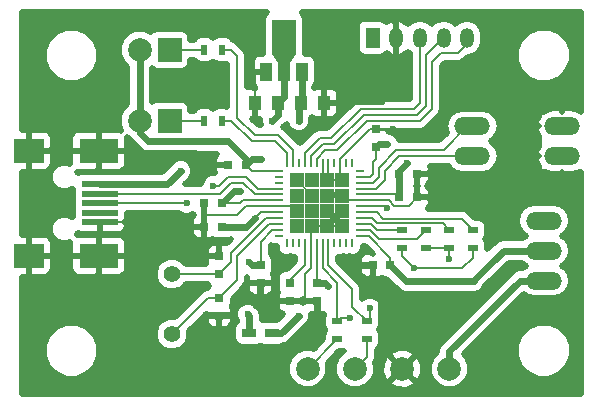
<source format=gtl>
%TF.GenerationSoftware,KiCad,Pcbnew,4.0.1-stable*%
%TF.CreationDate,2016-10-12T20:15:11+09:00*%
%TF.ProjectId,I2C_MASTER,4932435F4D41535445522E6B69636164,rev?*%
%TF.FileFunction,Copper,L1,Top,Signal*%
%FSLAX46Y46*%
G04 Gerber Fmt 4.6, Leading zero omitted, Abs format (unit mm)*
G04 Created by KiCad (PCBNEW 4.0.1-stable) date 10/12/16 20:15:11*
%MOMM*%
G01*
G04 APERTURE LIST*
%ADD10C,0.150000*%
%ADD11R,1.200000X0.750000*%
%ADD12R,1.000760X1.501140*%
%ADD13R,1.998980X2.999740*%
%ADD14R,0.250000X0.700000*%
%ADD15R,0.700000X0.250000*%
%ADD16R,1.287500X1.287500*%
%ADD17C,1.422400*%
%ADD18C,1.998980*%
%ADD19R,1.000000X1.250000*%
%ADD20R,0.800000X0.750000*%
%ADD21R,0.750000X0.800000*%
%ADD22R,0.900000X0.500000*%
%ADD23O,3.016000X1.508000*%
%ADD24R,2.000000X2.000000*%
%ADD25C,2.000000*%
%ADD26R,0.500000X0.900000*%
%ADD27R,2.499360X1.998980*%
%ADD28R,3.299460X1.998980*%
%ADD29R,3.098800X0.497840*%
%ADD30R,1.200000X1.700000*%
%ADD31O,1.200000X1.700000*%
%ADD32C,0.600000*%
%ADD33C,0.200000*%
%ADD34C,0.600000*%
%ADD35C,0.250000*%
%ADD36C,0.500000*%
G04 APERTURE END LIST*
D10*
D11*
X20050000Y-28000000D03*
X21950000Y-28000000D03*
D12*
X21498860Y-5851660D03*
X23000000Y-5851660D03*
X24501140Y-5851660D03*
D13*
X23000000Y-2900180D03*
D10*
G36*
X24000760Y-4374650D02*
X23500380Y-5123950D01*
X22499620Y-5123950D01*
X21999240Y-4374650D01*
X24000760Y-4374650D01*
X24000760Y-4374650D01*
G37*
D14*
X28750000Y-13600000D03*
X28250000Y-13600000D03*
X27750000Y-13600000D03*
X27250000Y-13600000D03*
X26750000Y-13600000D03*
X26250000Y-13600000D03*
X25750000Y-13600000D03*
X25250000Y-13600000D03*
X24750000Y-13600000D03*
X24250000Y-13600000D03*
X23750000Y-13600000D03*
X23250000Y-13600000D03*
D15*
X22600000Y-14250000D03*
X22600000Y-14750000D03*
X22600000Y-15250000D03*
X22600000Y-15750000D03*
X22600000Y-16250000D03*
X22600000Y-16750000D03*
X22600000Y-17250000D03*
X22600000Y-17750000D03*
X22600000Y-18250000D03*
X22600000Y-18750000D03*
X22600000Y-19250000D03*
X22600000Y-19750000D03*
D14*
X23250000Y-20400000D03*
X23750000Y-20400000D03*
X24250000Y-20400000D03*
X24750000Y-20400000D03*
X25250000Y-20400000D03*
X25750000Y-20400000D03*
X26250000Y-20400000D03*
X26750000Y-20400000D03*
X27250000Y-20400000D03*
X27750000Y-20400000D03*
X28250000Y-20400000D03*
X28750000Y-20400000D03*
D15*
X29400000Y-19750000D03*
X29400000Y-19250000D03*
X29400000Y-18750000D03*
X29400000Y-18250000D03*
X29400000Y-17750000D03*
X29400000Y-17250000D03*
X29400000Y-16750000D03*
X29400000Y-16250000D03*
X29400000Y-15750000D03*
X29400000Y-15250000D03*
X29400000Y-14750000D03*
X29400000Y-14250000D03*
D16*
X24068750Y-18931250D03*
X25356250Y-18931250D03*
X26643750Y-18931250D03*
X27931250Y-18931250D03*
X24068750Y-17643750D03*
X25356250Y-17643750D03*
X26643750Y-17643750D03*
X27931250Y-17643750D03*
X24068750Y-16356250D03*
X25356250Y-16356250D03*
X26643750Y-16356250D03*
X27931250Y-16356250D03*
X24068750Y-15068750D03*
X25356250Y-15068750D03*
X26643750Y-15068750D03*
X27931250Y-15068750D03*
D17*
X13500000Y-23000000D03*
X13500000Y-28080000D03*
D18*
X25000000Y-31000000D03*
X29000000Y-31000000D03*
X37000000Y-31000000D03*
X33000000Y-31000000D03*
D19*
X22500000Y-8500000D03*
X20500000Y-8500000D03*
X24400000Y-8500000D03*
X26400000Y-8500000D03*
D20*
X17750000Y-19000000D03*
X16250000Y-19000000D03*
D21*
X23500000Y-25250000D03*
X23500000Y-23750000D03*
D20*
X34250000Y-14500000D03*
X32750000Y-14500000D03*
X19750000Y-13750000D03*
X18250000Y-13750000D03*
X17750000Y-17000000D03*
X16250000Y-17000000D03*
D21*
X21000000Y-22250000D03*
X21000000Y-23750000D03*
X25750000Y-25250000D03*
X25750000Y-23750000D03*
D20*
X30500000Y-22250000D03*
X32000000Y-22250000D03*
X34250000Y-16500000D03*
X32750000Y-16500000D03*
D21*
X30750000Y-10750000D03*
X30750000Y-12250000D03*
X17500000Y-23000000D03*
X17500000Y-21500000D03*
X17500000Y-25000000D03*
X17500000Y-26500000D03*
D22*
X30000000Y-28500000D03*
X30000000Y-27000000D03*
X27500000Y-28500000D03*
X27500000Y-27000000D03*
X35000000Y-19250000D03*
X35000000Y-20750000D03*
X33000000Y-19250000D03*
X33000000Y-20750000D03*
D23*
X46560000Y-13020000D03*
X46560000Y-10480000D03*
X38940000Y-10480000D03*
X38940000Y-13020000D03*
D24*
X13300000Y-4000000D03*
D25*
X10760000Y-4000000D03*
D24*
X13300000Y-10000000D03*
D25*
X10760000Y-10000000D03*
D26*
X17750000Y-4000000D03*
X16250000Y-4000000D03*
X17750000Y-10000000D03*
X16250000Y-10000000D03*
D27*
X1400260Y-21447540D03*
X1400260Y-12552460D03*
D28*
X7298140Y-21447540D03*
X7298140Y-12552460D03*
D29*
X7399740Y-15402340D03*
X7399740Y-16202440D03*
X7399740Y-17000000D03*
X7399740Y-17797560D03*
X7399740Y-18597660D03*
D22*
X37000000Y-19250000D03*
X37000000Y-20750000D03*
X39000000Y-19250000D03*
X39000000Y-20750000D03*
D23*
X45000000Y-18460000D03*
X45000000Y-21000000D03*
X45000000Y-23540000D03*
D30*
X30500000Y-3000000D03*
D31*
X32500000Y-3000000D03*
X34500000Y-3000000D03*
X36500000Y-3000000D03*
X38500000Y-3000000D03*
D32*
X25356250Y-16356250D03*
X27500000Y-16300000D03*
X27931250Y-18931250D03*
X25400000Y-18800000D03*
X24200000Y-11600000D03*
X26300000Y-10100000D03*
X40600000Y-19900000D03*
X41000000Y-23600000D03*
X34800000Y-26300000D03*
X11250000Y-20500000D03*
X10750000Y-23500000D03*
X14600000Y-18100000D03*
X43200000Y-15700000D03*
X28750000Y-22500000D03*
X26000000Y-27000000D03*
X22000000Y-30750000D03*
X17500000Y-30750000D03*
X13250000Y-13250000D03*
X10500000Y-13750000D03*
X10500000Y-30500000D03*
X13000000Y-31250000D03*
X23250000Y-22000000D03*
X22250000Y-23250000D03*
X32250000Y-7500000D03*
X32250000Y-10750000D03*
X27000000Y-3000000D03*
X27000000Y-5250000D03*
X20000000Y-2250000D03*
X8500000Y-1500000D03*
X12500000Y-1500000D03*
X16750000Y-1500000D03*
X2500000Y-25000000D03*
X6750000Y-24500000D03*
X3000000Y-9250000D03*
X7250000Y-9250000D03*
X13500000Y-6750000D03*
X16000000Y-6750000D03*
X18000000Y-6500000D03*
X20000000Y-5500000D03*
X40600000Y-3300000D03*
X37700000Y-6500000D03*
X41100000Y-7500000D03*
X14750000Y-17000000D03*
X17000000Y-15500000D03*
X19900000Y-26400000D03*
X22000000Y-10000000D03*
X14250000Y-14250000D03*
X33400000Y-13600000D03*
X31750000Y-12000000D03*
X24250000Y-10000000D03*
X21000000Y-13250000D03*
X20000000Y-22000000D03*
X19250000Y-16000000D03*
X31700000Y-17400000D03*
X20500000Y-18300000D03*
X28600000Y-26700000D03*
X37000000Y-21700000D03*
X34000000Y-22500000D03*
X30300000Y-25900000D03*
X26750000Y-24000000D03*
X24250000Y-26500000D03*
D33*
X24068750Y-15068750D02*
X25356250Y-16356250D01*
X27500000Y-16300000D02*
X27875000Y-16300000D01*
X27875000Y-16300000D02*
X27931250Y-16356250D01*
D34*
X26600000Y-17600000D02*
X27931250Y-18931250D01*
X25400000Y-18800000D02*
X25400000Y-18887500D01*
X25400000Y-18887500D02*
X25356250Y-18931250D01*
D33*
X24800000Y-11600000D02*
X24200000Y-11600000D01*
X26300000Y-10100000D02*
X24800000Y-11600000D01*
X43200000Y-15700000D02*
X40600000Y-18300000D01*
X40600000Y-18300000D02*
X40600000Y-19900000D01*
X38300000Y-26300000D02*
X41000000Y-23600000D01*
X34800000Y-26300000D02*
X38300000Y-26300000D01*
X11250000Y-20500000D02*
X12200000Y-20500000D01*
X9750000Y-24500000D02*
X10750000Y-23500000D01*
X6750000Y-24500000D02*
X9750000Y-24500000D01*
X12200000Y-20500000D02*
X14600000Y-18100000D01*
X34250000Y-14500000D02*
X42000000Y-14500000D01*
X42000000Y-14500000D02*
X43200000Y-15700000D01*
X34250000Y-16500000D02*
X34250000Y-14500000D01*
X29400000Y-16750000D02*
X31850000Y-16750000D01*
X33550000Y-17200000D02*
X34250000Y-16500000D01*
X32300000Y-17200000D02*
X33550000Y-17200000D01*
X31850000Y-16750000D02*
X32300000Y-17200000D01*
X20500000Y-8500000D02*
X20500000Y-6000000D01*
X20500000Y-6000000D02*
X20000000Y-5500000D01*
X26000000Y-27000000D02*
X26000000Y-25500000D01*
X26000000Y-25500000D02*
X25750000Y-25250000D01*
D34*
X29000000Y-22250000D02*
X30500000Y-22250000D01*
X28750000Y-22500000D02*
X29000000Y-22250000D01*
D33*
X25750000Y-27000000D02*
X22000000Y-30750000D01*
X26000000Y-27000000D02*
X25750000Y-27000000D01*
X7298140Y-12552460D02*
X9302460Y-12552460D01*
X9302460Y-12552460D02*
X10500000Y-13750000D01*
X21000000Y-23750000D02*
X21000000Y-25000000D01*
X21250000Y-25250000D02*
X23500000Y-25250000D01*
X21000000Y-25000000D02*
X21250000Y-25250000D01*
X17500000Y-26500000D02*
X17500000Y-30750000D01*
X17500000Y-21500000D02*
X17500000Y-20750000D01*
X17000000Y-20250000D02*
X16250000Y-20250000D01*
X17500000Y-20750000D02*
X17000000Y-20250000D01*
X17000000Y-31250000D02*
X13000000Y-31250000D01*
X17500000Y-30750000D02*
X17000000Y-31250000D01*
X21000000Y-23750000D02*
X21750000Y-23750000D01*
X21750000Y-23750000D02*
X22250000Y-23250000D01*
X16250000Y-19000000D02*
X14000000Y-19000000D01*
X14000000Y-19000000D02*
X13597660Y-18597660D01*
X18250000Y-13750000D02*
X16750000Y-13750000D01*
X16750000Y-13750000D02*
X15552460Y-12552460D01*
X15552460Y-12552460D02*
X7298140Y-12552460D01*
D35*
X31000000Y-26750000D02*
X31000000Y-29000000D01*
X31000000Y-29000000D02*
X33000000Y-31000000D01*
X21498860Y-5851660D02*
X20351660Y-5851660D01*
X20351660Y-5851660D02*
X20000000Y-5500000D01*
X26400000Y-8500000D02*
X26400000Y-5850000D01*
X26400000Y-5850000D02*
X27000000Y-5250000D01*
X30750000Y-10750000D02*
X32250000Y-10750000D01*
X31250000Y-8500000D02*
X26400000Y-8500000D01*
X32250000Y-7500000D02*
X31250000Y-8500000D01*
X30500000Y-23750000D02*
X30500000Y-22250000D01*
X31000000Y-24250000D02*
X30500000Y-23750000D01*
X31000000Y-26750000D02*
X31000000Y-24250000D01*
D33*
X26750000Y-13600000D02*
X26750000Y-14962500D01*
X26750000Y-14962500D02*
X26643750Y-15068750D01*
X26643750Y-15068750D02*
X27931250Y-15068750D01*
X32490860Y-2992380D02*
X32490860Y-1990860D01*
X32490860Y-1990860D02*
X32000000Y-1500000D01*
X32000000Y-1500000D02*
X28500000Y-1500000D01*
X28500000Y-1500000D02*
X27000000Y-3000000D01*
X25250000Y-20400000D02*
X25250000Y-19037500D01*
X25250000Y-19037500D02*
X25356250Y-18931250D01*
X25356250Y-18931250D02*
X27931250Y-18931250D01*
X46560000Y-13020000D02*
X46500000Y-13080000D01*
X20000000Y-5500000D02*
X20000000Y-2250000D01*
X16750000Y-1500000D02*
X12500000Y-1500000D01*
X7298140Y-21447540D02*
X7298140Y-24201860D01*
X7000000Y-24500000D02*
X6750000Y-24500000D01*
X7298140Y-24201860D02*
X7000000Y-24500000D01*
X7298140Y-12552460D02*
X7298140Y-9298140D01*
X7298140Y-9298140D02*
X7250000Y-9250000D01*
X17750000Y-6750000D02*
X16000000Y-6750000D01*
X18000000Y-6500000D02*
X17750000Y-6750000D01*
X24750000Y-25250000D02*
X23500000Y-25250000D01*
X25750000Y-25250000D02*
X24750000Y-25250000D01*
X25250000Y-22500000D02*
X24750000Y-23000000D01*
X24750000Y-23000000D02*
X24750000Y-25250000D01*
X25250000Y-22500000D02*
X25250000Y-20400000D01*
X25250000Y-19037500D02*
X25356250Y-18931250D01*
X30250000Y-10750000D02*
X30750000Y-10750000D01*
X27750000Y-13250000D02*
X30250000Y-10750000D01*
X27750000Y-13600000D02*
X27750000Y-13250000D01*
X27750000Y-13600000D02*
X27750000Y-14887500D01*
X27750000Y-14887500D02*
X27931250Y-15068750D01*
X26750000Y-14962500D02*
X26643750Y-15068750D01*
X26250000Y-13600000D02*
X26250000Y-14675000D01*
X26250000Y-14675000D02*
X26643750Y-15068750D01*
X29400000Y-16750000D02*
X28325000Y-16750000D01*
X28325000Y-16750000D02*
X27931250Y-16356250D01*
X22600000Y-17250000D02*
X23675000Y-17250000D01*
X23675000Y-17250000D02*
X24068750Y-17643750D01*
X16250000Y-20250000D02*
X16250000Y-19000000D01*
X7399740Y-18597660D02*
X13597660Y-18597660D01*
X7298140Y-21447540D02*
X9802460Y-21447540D01*
X9347660Y-18597660D02*
X7399740Y-18597660D01*
X9750000Y-19000000D02*
X9347660Y-18597660D01*
X9750000Y-21395080D02*
X9750000Y-21250000D01*
X9750000Y-21250000D02*
X9750000Y-19000000D01*
X9802460Y-21447540D02*
X9750000Y-21395080D01*
X1400260Y-21447540D02*
X7298140Y-21447540D01*
X1400260Y-12552460D02*
X1400260Y-21447540D01*
X7298140Y-12552460D02*
X1400260Y-12552460D01*
X22600000Y-17250000D02*
X19750000Y-17250000D01*
X19000000Y-18000000D02*
X16250000Y-18000000D01*
X19750000Y-17250000D02*
X19000000Y-18000000D01*
X16250000Y-17000000D02*
X16250000Y-18000000D01*
X16250000Y-18000000D02*
X16250000Y-19000000D01*
X38700000Y-7500000D02*
X37700000Y-6500000D01*
X41100000Y-7500000D02*
X38700000Y-7500000D01*
X22600000Y-16250000D02*
X20500000Y-16250000D01*
X17547560Y-16202440D02*
X7399740Y-16202440D01*
X18500000Y-15250000D02*
X17547560Y-16202440D01*
X19500000Y-15250000D02*
X18500000Y-15250000D01*
X20500000Y-16250000D02*
X19500000Y-15250000D01*
X18250000Y-14750000D02*
X19750000Y-14750000D01*
X17000000Y-15500000D02*
X17500000Y-15500000D01*
X17500000Y-15500000D02*
X18250000Y-14750000D01*
X7399740Y-17000000D02*
X14750000Y-17000000D01*
X20750000Y-15750000D02*
X22600000Y-15750000D01*
X19750000Y-14750000D02*
X20750000Y-15750000D01*
D34*
X20050000Y-28000000D02*
X20050000Y-26550000D01*
X20050000Y-26550000D02*
X19900000Y-26400000D01*
X7399740Y-15402340D02*
X13097660Y-15402340D01*
X22500000Y-9500000D02*
X22500000Y-8500000D01*
X22000000Y-10000000D02*
X22500000Y-9500000D01*
X13097660Y-15402340D02*
X14250000Y-14250000D01*
X23000000Y-5851660D02*
X23000000Y-2900180D01*
X22500000Y-8500000D02*
X23000000Y-8000000D01*
X23000000Y-8000000D02*
X23000000Y-5851660D01*
X32750000Y-14500000D02*
X32750000Y-14250000D01*
X32750000Y-14250000D02*
X33400000Y-13600000D01*
X32750000Y-16500000D02*
X32750000Y-14500000D01*
D33*
X29400000Y-16250000D02*
X32500000Y-16250000D01*
X32500000Y-16250000D02*
X32750000Y-16500000D01*
D34*
X19750000Y-13750000D02*
X20250000Y-13250000D01*
X20250000Y-13250000D02*
X21000000Y-13250000D01*
X17750000Y-17000000D02*
X18750000Y-16000000D01*
X18750000Y-16000000D02*
X19250000Y-16000000D01*
X10760000Y-10000000D02*
X10760000Y-4000000D01*
X19750000Y-13750000D02*
X19750000Y-13250000D01*
X10760000Y-11010000D02*
X10760000Y-10000000D01*
X11500000Y-11750000D02*
X10760000Y-11010000D01*
X18250000Y-11750000D02*
X11500000Y-11750000D01*
X19750000Y-13250000D02*
X18250000Y-11750000D01*
X31750000Y-12000000D02*
X31000000Y-12000000D01*
X31000000Y-12000000D02*
X30750000Y-12250000D01*
D33*
X29400000Y-14750000D02*
X30250000Y-14750000D01*
X30750000Y-13250000D02*
X30750000Y-12250000D01*
X30500000Y-13500000D02*
X30750000Y-13250000D01*
X30500000Y-14500000D02*
X30500000Y-13500000D01*
X30250000Y-14750000D02*
X30500000Y-14500000D01*
D34*
X24501140Y-5851660D02*
X24501140Y-8398860D01*
X24501140Y-8398860D02*
X24400000Y-8500000D01*
X24250000Y-10000000D02*
X24250000Y-8650000D01*
X24250000Y-8650000D02*
X24400000Y-8500000D01*
D33*
X19750000Y-13750000D02*
X20250000Y-14250000D01*
X20250000Y-14250000D02*
X22600000Y-14250000D01*
X21000000Y-13250000D02*
X20250000Y-13250000D01*
D34*
X20250000Y-22250000D02*
X20000000Y-22000000D01*
X20250000Y-22250000D02*
X21000000Y-22250000D01*
D33*
X18750000Y-16000000D02*
X19250000Y-16000000D01*
X22600000Y-19250000D02*
X22000000Y-19250000D01*
X22000000Y-19250000D02*
X21000000Y-20250000D01*
X21000000Y-20250000D02*
X21000000Y-22250000D01*
X22600000Y-16750000D02*
X19500000Y-16750000D01*
X19250000Y-17000000D02*
X17750000Y-17000000D01*
X19500000Y-16750000D02*
X19250000Y-17000000D01*
X29400000Y-17250000D02*
X31550000Y-17250000D01*
X31550000Y-17250000D02*
X31700000Y-17400000D01*
X21050000Y-17750000D02*
X22600000Y-17750000D01*
X20500000Y-18300000D02*
X21050000Y-17750000D01*
D34*
X17750000Y-19000000D02*
X19750000Y-19000000D01*
X19750000Y-19000000D02*
X20500000Y-18250000D01*
D33*
X20500000Y-18250000D02*
X21000000Y-17750000D01*
X21000000Y-17750000D02*
X21250000Y-17750000D01*
X22600000Y-17750000D02*
X21250000Y-17750000D01*
X21250000Y-17750000D02*
X21000000Y-17750000D01*
X24750000Y-20400000D02*
X24750000Y-22250000D01*
X24750000Y-22250000D02*
X23500000Y-23500000D01*
X23500000Y-23500000D02*
X23500000Y-23750000D01*
D34*
X32000000Y-22250000D02*
X33350000Y-23600000D01*
X39100000Y-23500000D02*
X40800000Y-21800000D01*
X39100000Y-23600000D02*
X39100000Y-23500000D01*
X39000000Y-23600000D02*
X39100000Y-23600000D01*
X33350000Y-23600000D02*
X39000000Y-23600000D01*
D33*
X29400000Y-19750000D02*
X30150000Y-19750000D01*
X32000000Y-21600000D02*
X32000000Y-22250000D01*
X30150000Y-19750000D02*
X32000000Y-21600000D01*
D34*
X45000000Y-21000000D02*
X42400000Y-21000000D01*
X40800000Y-21800000D02*
X41600000Y-21000000D01*
X41600000Y-21000000D02*
X42400000Y-21000000D01*
X32000000Y-22250000D02*
X32250000Y-22500000D01*
X42400000Y-21000000D02*
X43000000Y-21000000D01*
D33*
X13500000Y-23000000D02*
X17500000Y-23000000D01*
X22600000Y-18250000D02*
X21500000Y-18250000D01*
X18500000Y-22000000D02*
X17500000Y-23000000D01*
X18500000Y-21250000D02*
X18500000Y-22000000D01*
X21500000Y-18250000D02*
X18500000Y-21250000D01*
X17500000Y-25000000D02*
X16580000Y-25000000D01*
X16580000Y-25000000D02*
X13500000Y-28080000D01*
X22600000Y-18750000D02*
X21750000Y-18750000D01*
X19000000Y-23500000D02*
X17500000Y-25000000D01*
X19000000Y-21500000D02*
X19000000Y-23500000D01*
X21750000Y-18750000D02*
X19000000Y-21500000D01*
X19000000Y-9000000D02*
X19000000Y-9750000D01*
X18500000Y-4000000D02*
X19000000Y-4500000D01*
X19000000Y-4500000D02*
X19000000Y-9000000D01*
X17750000Y-4000000D02*
X18500000Y-4000000D01*
X23750000Y-12500000D02*
X23750000Y-13600000D01*
X22500000Y-11250000D02*
X23750000Y-12500000D01*
X20500000Y-11250000D02*
X22500000Y-11250000D01*
X19000000Y-9750000D02*
X20500000Y-11250000D01*
X22250000Y-11750000D02*
X20250000Y-11750000D01*
X18500000Y-10000000D02*
X18250000Y-10000000D01*
X20250000Y-11750000D02*
X18500000Y-10000000D01*
X23250000Y-13600000D02*
X23250000Y-12750000D01*
X18250000Y-10000000D02*
X17750000Y-10000000D01*
X23250000Y-12750000D02*
X22250000Y-11750000D01*
X37000000Y-20750000D02*
X37000000Y-21700000D01*
X27800000Y-26700000D02*
X27500000Y-27000000D01*
X28600000Y-26700000D02*
X27800000Y-26700000D01*
X35000000Y-20750000D02*
X37000000Y-20750000D01*
X26250000Y-20400000D02*
X26250000Y-22500000D01*
X26250000Y-22500000D02*
X27500000Y-23750000D01*
X27500000Y-25500000D02*
X27500000Y-27000000D01*
X27500000Y-23750000D02*
X27500000Y-25500000D01*
X34000000Y-22500000D02*
X38100000Y-22500000D01*
X39000000Y-21600000D02*
X39000000Y-20750000D01*
X38100000Y-22500000D02*
X39000000Y-21600000D01*
X30000000Y-27000000D02*
X30300000Y-26700000D01*
X33000000Y-21500000D02*
X33000000Y-20750000D01*
X34000000Y-22500000D02*
X33000000Y-21500000D01*
X30300000Y-26700000D02*
X30300000Y-25900000D01*
X26750000Y-20400000D02*
X26750000Y-22250000D01*
X28750000Y-25750000D02*
X30000000Y-27000000D01*
X28750000Y-24250000D02*
X28750000Y-25750000D01*
X26750000Y-22250000D02*
X28750000Y-24250000D01*
X29400000Y-19250000D02*
X30250000Y-19250000D01*
X34250000Y-20000000D02*
X35000000Y-19250000D01*
X31000000Y-20000000D02*
X34250000Y-20000000D01*
X30250000Y-19250000D02*
X31000000Y-20000000D01*
X29400000Y-18750000D02*
X30350000Y-18750000D01*
X30850000Y-19250000D02*
X33000000Y-19250000D01*
X30350000Y-18750000D02*
X30850000Y-19250000D01*
X29400000Y-15750000D02*
X30750000Y-15750000D01*
X32730000Y-13020000D02*
X38940000Y-13020000D01*
X31500000Y-14250000D02*
X32730000Y-13020000D01*
X31500000Y-15000000D02*
X31500000Y-14250000D01*
X30750000Y-15750000D02*
X31500000Y-15000000D01*
X29400000Y-15250000D02*
X30500000Y-15250000D01*
X36500000Y-12500000D02*
X38520000Y-10480000D01*
X32500000Y-12500000D02*
X36500000Y-12500000D01*
X31000000Y-14000000D02*
X32500000Y-12500000D01*
X31000000Y-14750000D02*
X31000000Y-14000000D01*
X30500000Y-15250000D02*
X31000000Y-14750000D01*
X38520000Y-10480000D02*
X38940000Y-10480000D01*
X27500000Y-28500000D02*
X25000000Y-31000000D01*
X30000000Y-28500000D02*
X30000000Y-30000000D01*
X30000000Y-30000000D02*
X29000000Y-31000000D01*
X13300000Y-4000000D02*
X16250000Y-4000000D01*
X13300000Y-10000000D02*
X16250000Y-10000000D01*
D34*
X24250000Y-26500000D02*
X22750000Y-28000000D01*
X22750000Y-28000000D02*
X21950000Y-28000000D01*
X26750000Y-24000000D02*
X26500000Y-23750000D01*
X26500000Y-23750000D02*
X25750000Y-23750000D01*
D33*
X26500000Y-23750000D02*
X25750000Y-23750000D01*
X25750000Y-20400000D02*
X25750000Y-23750000D01*
X34492380Y-8507620D02*
X34492380Y-2992380D01*
X34000000Y-9000000D02*
X34492380Y-8507620D01*
X29500000Y-9000000D02*
X34000000Y-9000000D01*
X27000000Y-11500000D02*
X29500000Y-9000000D01*
X26000000Y-11500000D02*
X27000000Y-11500000D01*
X24750000Y-12750000D02*
X26000000Y-11500000D01*
X24750000Y-13600000D02*
X24750000Y-12750000D01*
X33250000Y-9500000D02*
X34250000Y-9500000D01*
X35000000Y-4481200D02*
X36488820Y-2992380D01*
X35000000Y-8750000D02*
X35000000Y-4481200D01*
X34250000Y-9500000D02*
X35000000Y-8750000D01*
X25250000Y-13600000D02*
X25250000Y-13000000D01*
X25250000Y-13000000D02*
X26250000Y-12000000D01*
X26250000Y-12000000D02*
X27250000Y-12000000D01*
X29750000Y-9500000D02*
X33250000Y-9500000D01*
X27250000Y-12000000D02*
X29750000Y-9500000D01*
X37750000Y-4250000D02*
X38487800Y-3512200D01*
X36250000Y-4250000D02*
X37750000Y-4250000D01*
X35500000Y-5000000D02*
X36250000Y-4250000D01*
X38487800Y-3512200D02*
X38487800Y-2992380D01*
X25750000Y-13600000D02*
X25750000Y-13250000D01*
X25750000Y-13250000D02*
X26500000Y-12500000D01*
X26500000Y-12500000D02*
X27500000Y-12500000D01*
X27500000Y-12500000D02*
X30000000Y-10000000D01*
X30000000Y-10000000D02*
X33500000Y-10000000D01*
X33500000Y-10000000D02*
X34500000Y-10000000D01*
X34500000Y-10000000D02*
X35500000Y-9000000D01*
X35500000Y-9000000D02*
X35500000Y-5000000D01*
X29400000Y-18250000D02*
X30450000Y-18250000D01*
X36450000Y-18700000D02*
X37000000Y-19250000D01*
X30900000Y-18700000D02*
X36450000Y-18700000D01*
X30450000Y-18250000D02*
X30900000Y-18700000D01*
X29400000Y-17750000D02*
X30850000Y-17750000D01*
X38050000Y-18300000D02*
X39000000Y-19250000D01*
X31400000Y-18300000D02*
X38050000Y-18300000D01*
X30850000Y-17750000D02*
X31400000Y-18300000D01*
D34*
X45000000Y-23540000D02*
X43000000Y-23540000D01*
X37000000Y-29540000D02*
X43000000Y-23540000D01*
X37000000Y-29540000D02*
X37000000Y-31000000D01*
X37000000Y-30500000D02*
X37000000Y-31000000D01*
D36*
G36*
X21467312Y-852172D02*
X21296064Y-1102802D01*
X21235817Y-1400310D01*
X21235817Y-4343090D01*
X20847704Y-4343090D01*
X20569107Y-4458489D01*
X20355878Y-4671718D01*
X20240480Y-4950315D01*
X20240480Y-5658160D01*
X20429980Y-5847660D01*
X21494860Y-5847660D01*
X21494860Y-5827660D01*
X21502860Y-5827660D01*
X21502860Y-5847660D01*
X21522860Y-5847660D01*
X21522860Y-5855660D01*
X21502860Y-5855660D01*
X21502860Y-5875660D01*
X21494860Y-5875660D01*
X21494860Y-5855660D01*
X20429980Y-5855660D01*
X20240480Y-6045160D01*
X20240480Y-6753005D01*
X20355878Y-7031602D01*
X20495998Y-7171722D01*
X20495998Y-7306498D01*
X20306500Y-7117000D01*
X19850000Y-7117000D01*
X19850000Y-4500000D01*
X19785298Y-4174719D01*
X19601041Y-3898959D01*
X19101041Y-3398959D01*
X18825281Y-3214702D01*
X18653495Y-3180532D01*
X18548138Y-3016802D01*
X18297508Y-2845554D01*
X18000000Y-2785307D01*
X17500000Y-2785307D01*
X17222067Y-2837604D01*
X16997429Y-2982154D01*
X16797508Y-2845554D01*
X16500000Y-2785307D01*
X16000000Y-2785307D01*
X15722067Y-2837604D01*
X15466802Y-3001862D01*
X15365584Y-3150000D01*
X15064693Y-3150000D01*
X15064693Y-3000000D01*
X15012396Y-2722067D01*
X14848138Y-2466802D01*
X14597508Y-2295554D01*
X14300000Y-2235307D01*
X12300000Y-2235307D01*
X12022067Y-2287604D01*
X11766802Y-2451862D01*
X11728838Y-2507424D01*
X11109624Y-2250304D01*
X10413431Y-2249696D01*
X9769999Y-2515557D01*
X9277287Y-3007410D01*
X9010304Y-3650376D01*
X9009696Y-4346569D01*
X9275557Y-4990001D01*
X9710000Y-5425203D01*
X9710000Y-8575451D01*
X9277287Y-9007410D01*
X9010304Y-9650376D01*
X9009696Y-10346569D01*
X9214862Y-10843108D01*
X9098646Y-10794970D01*
X7491640Y-10794970D01*
X7302140Y-10984470D01*
X7302140Y-12548460D01*
X9516370Y-12548460D01*
X9705870Y-12358960D01*
X9705870Y-11421066D01*
X9767410Y-11482713D01*
X9864133Y-11522876D01*
X10017538Y-11752462D01*
X10757538Y-12492462D01*
X11098182Y-12720074D01*
X11500000Y-12800000D01*
X17353026Y-12800000D01*
X17207398Y-12945628D01*
X17092000Y-13224225D01*
X17092000Y-13556500D01*
X17281500Y-13746000D01*
X18246000Y-13746000D01*
X18246000Y-13726000D01*
X18254000Y-13726000D01*
X18254000Y-13746000D01*
X18274000Y-13746000D01*
X18274000Y-13754000D01*
X18254000Y-13754000D01*
X18254000Y-13774000D01*
X18246000Y-13774000D01*
X18246000Y-13754000D01*
X17281500Y-13754000D01*
X17092000Y-13943500D01*
X17092000Y-14275775D01*
X17164225Y-14450142D01*
X16792058Y-14449818D01*
X16406000Y-14609334D01*
X16110372Y-14904446D01*
X15950182Y-15290226D01*
X15950128Y-15352440D01*
X14632484Y-15352440D01*
X14991814Y-14993110D01*
X15139628Y-14845554D01*
X15299818Y-14459774D01*
X15300182Y-14042058D01*
X15140666Y-13656000D01*
X14845554Y-13360372D01*
X14459774Y-13200182D01*
X14042058Y-13199818D01*
X13656000Y-13359334D01*
X13360372Y-13654446D01*
X13360189Y-13654887D01*
X12662736Y-14352340D01*
X7399740Y-14352340D01*
X7216809Y-14388727D01*
X5850340Y-14388727D01*
X5572407Y-14441024D01*
X5554290Y-14452682D01*
X5494835Y-14308791D01*
X5497634Y-14309950D01*
X7104640Y-14309950D01*
X7294140Y-14120450D01*
X7294140Y-12556460D01*
X7302140Y-12556460D01*
X7302140Y-14120450D01*
X7491640Y-14309950D01*
X9098646Y-14309950D01*
X9377243Y-14194551D01*
X9590472Y-13981322D01*
X9705870Y-13702725D01*
X9705870Y-12745960D01*
X9516370Y-12556460D01*
X7302140Y-12556460D01*
X7294140Y-12556460D01*
X5079910Y-12556460D01*
X4890410Y-12745960D01*
X4890410Y-13702725D01*
X4891603Y-13705606D01*
X4639658Y-13600989D01*
X4162436Y-13600572D01*
X3721380Y-13782813D01*
X3383639Y-14119965D01*
X3200629Y-14560702D01*
X3200212Y-15037924D01*
X3382453Y-15478980D01*
X3719605Y-15816721D01*
X4160342Y-15999731D01*
X4637564Y-16000148D01*
X5078620Y-15817907D01*
X5110934Y-15785649D01*
X5115128Y-15807938D01*
X5085647Y-15953520D01*
X5085647Y-16451360D01*
X5114880Y-16606721D01*
X5085647Y-16751080D01*
X5085647Y-17248920D01*
X5114880Y-17404281D01*
X5085647Y-17548640D01*
X5085647Y-18046480D01*
X5107338Y-18161757D01*
X5093136Y-18196043D01*
X5080395Y-18183279D01*
X4639658Y-18000269D01*
X4162436Y-17999852D01*
X3721380Y-18182093D01*
X3383639Y-18519245D01*
X3200629Y-18959982D01*
X3200212Y-19437204D01*
X3382453Y-19878260D01*
X3719605Y-20216001D01*
X4160342Y-20399011D01*
X4637564Y-20399428D01*
X4891570Y-20294475D01*
X4890410Y-20297275D01*
X4890410Y-21254040D01*
X5079910Y-21443540D01*
X7294140Y-21443540D01*
X7294140Y-19879550D01*
X7302140Y-19879550D01*
X7302140Y-21443540D01*
X9516370Y-21443540D01*
X9705870Y-21254040D01*
X9705870Y-20949224D01*
X16367000Y-20949224D01*
X16367000Y-21306500D01*
X16556500Y-21496000D01*
X17496000Y-21496000D01*
X17496000Y-20531500D01*
X17306500Y-20342000D01*
X16974225Y-20342000D01*
X16695628Y-20457398D01*
X16482399Y-20670627D01*
X16367000Y-20949224D01*
X9705870Y-20949224D01*
X9705870Y-20297275D01*
X9590472Y-20018678D01*
X9377243Y-19805449D01*
X9098646Y-19690050D01*
X7491640Y-19690050D01*
X7302140Y-19879550D01*
X7294140Y-19879550D01*
X7104640Y-19690050D01*
X5497634Y-19690050D01*
X5494754Y-19691243D01*
X5555516Y-19544913D01*
X5699564Y-19604580D01*
X7206240Y-19604580D01*
X7395740Y-19415080D01*
X7395740Y-18811173D01*
X7403740Y-18811173D01*
X7403740Y-19415080D01*
X7593240Y-19604580D01*
X9099916Y-19604580D01*
X9378513Y-19489181D01*
X9591742Y-19275952D01*
X9625894Y-19193500D01*
X15092000Y-19193500D01*
X15092000Y-19525775D01*
X15207398Y-19804372D01*
X15420627Y-20017601D01*
X15699224Y-20133000D01*
X16056500Y-20133000D01*
X16246000Y-19943500D01*
X16246000Y-19004000D01*
X15281500Y-19004000D01*
X15092000Y-19193500D01*
X9625894Y-19193500D01*
X9707140Y-18997355D01*
X9707140Y-18791160D01*
X9517640Y-18601660D01*
X9471394Y-18601660D01*
X9482338Y-18594618D01*
X9482993Y-18593660D01*
X9517640Y-18593660D01*
X9707140Y-18404160D01*
X9707140Y-18197965D01*
X9691032Y-18159076D01*
X9713833Y-18046480D01*
X9713833Y-17850000D01*
X14114887Y-17850000D01*
X14154446Y-17889628D01*
X14540226Y-18049818D01*
X14957942Y-18050182D01*
X15308401Y-17905375D01*
X15403026Y-18000000D01*
X15207398Y-18195628D01*
X15092000Y-18474225D01*
X15092000Y-18806500D01*
X15281500Y-18996000D01*
X16246000Y-18996000D01*
X16246000Y-18056500D01*
X16189500Y-18000000D01*
X16246000Y-17943500D01*
X16246000Y-17052440D01*
X16254000Y-17052440D01*
X16254000Y-17943500D01*
X16310500Y-18000000D01*
X16254000Y-18056500D01*
X16254000Y-18996000D01*
X16274000Y-18996000D01*
X16274000Y-19004000D01*
X16254000Y-19004000D01*
X16254000Y-19943500D01*
X16443500Y-20133000D01*
X16800776Y-20133000D01*
X17006286Y-20047875D01*
X17052492Y-20079446D01*
X17350000Y-20139693D01*
X18150000Y-20139693D01*
X18427933Y-20087396D01*
X18486048Y-20050000D01*
X18497918Y-20050000D01*
X18153156Y-20394762D01*
X18025775Y-20342000D01*
X17693500Y-20342000D01*
X17504000Y-20531500D01*
X17504000Y-21496000D01*
X17524000Y-21496000D01*
X17524000Y-21504000D01*
X17504000Y-21504000D01*
X17504000Y-21524000D01*
X17496000Y-21524000D01*
X17496000Y-21504000D01*
X16556500Y-21504000D01*
X16367000Y-21693500D01*
X16367000Y-22050776D01*
X16408100Y-22150000D01*
X14716131Y-22150000D01*
X14328784Y-21761977D01*
X13791926Y-21539054D01*
X13210624Y-21538547D01*
X12673378Y-21760532D01*
X12261977Y-22171216D01*
X12039054Y-22708074D01*
X12038547Y-23289376D01*
X12260532Y-23826622D01*
X12671216Y-24238023D01*
X13208074Y-24460946D01*
X13789376Y-24461453D01*
X14326622Y-24239468D01*
X14716770Y-23850000D01*
X16523326Y-23850000D01*
X16576862Y-23933198D01*
X16673548Y-23999260D01*
X16591802Y-24051862D01*
X16516057Y-24162719D01*
X16254719Y-24214702D01*
X15978959Y-24398959D01*
X13758893Y-26619025D01*
X13210624Y-26618547D01*
X12673378Y-26840532D01*
X12261977Y-27251216D01*
X12039054Y-27788074D01*
X12038547Y-28369376D01*
X12260532Y-28906622D01*
X12671216Y-29318023D01*
X13208074Y-29540946D01*
X13789376Y-29541453D01*
X14326622Y-29319468D01*
X14738023Y-28908784D01*
X14960946Y-28371926D01*
X14961427Y-27820655D01*
X16088582Y-26693500D01*
X16367000Y-26693500D01*
X16367000Y-27050776D01*
X16482399Y-27329373D01*
X16695628Y-27542602D01*
X16974225Y-27658000D01*
X17306500Y-27658000D01*
X17496000Y-27468500D01*
X17496000Y-26504000D01*
X17504000Y-26504000D01*
X17504000Y-27468500D01*
X17693500Y-27658000D01*
X18025775Y-27658000D01*
X18105444Y-27625000D01*
X18685307Y-27625000D01*
X18685307Y-28375000D01*
X18737604Y-28652933D01*
X18901862Y-28908198D01*
X19152492Y-29079446D01*
X19450000Y-29139693D01*
X20650000Y-29139693D01*
X20927933Y-29087396D01*
X20998072Y-29042263D01*
X21052492Y-29079446D01*
X21350000Y-29139693D01*
X22550000Y-29139693D01*
X22827933Y-29087396D01*
X22946919Y-29010831D01*
X23151818Y-28970074D01*
X23492462Y-28742462D01*
X24991814Y-27243110D01*
X25139628Y-27095554D01*
X25299818Y-26709774D01*
X25300081Y-26408000D01*
X25556500Y-26408000D01*
X25746000Y-26218500D01*
X25746000Y-25254000D01*
X24806500Y-25254000D01*
X24625000Y-25435500D01*
X24443500Y-25254000D01*
X23504000Y-25254000D01*
X23504000Y-25274000D01*
X23496000Y-25274000D01*
X23496000Y-25254000D01*
X22556500Y-25254000D01*
X22367000Y-25443500D01*
X22367000Y-25800776D01*
X22482399Y-26079373D01*
X22695628Y-26292602D01*
X22891388Y-26373688D01*
X22404769Y-26860307D01*
X21350000Y-26860307D01*
X21100000Y-26907348D01*
X21100000Y-26550000D01*
X21020074Y-26148182D01*
X20792462Y-25807538D01*
X20643110Y-25658186D01*
X20495554Y-25510372D01*
X20109774Y-25350182D01*
X19692058Y-25349818D01*
X19306000Y-25509334D01*
X19010372Y-25804446D01*
X18850182Y-26190226D01*
X18849818Y-26607942D01*
X19000000Y-26971410D01*
X19000000Y-27023326D01*
X18916802Y-27076862D01*
X18745554Y-27327492D01*
X18685307Y-27625000D01*
X18105444Y-27625000D01*
X18304372Y-27542602D01*
X18517601Y-27329373D01*
X18633000Y-27050776D01*
X18633000Y-26693500D01*
X18443500Y-26504000D01*
X17504000Y-26504000D01*
X17496000Y-26504000D01*
X16556500Y-26504000D01*
X16367000Y-26693500D01*
X16088582Y-26693500D01*
X16421291Y-26360791D01*
X16556500Y-26496000D01*
X17496000Y-26496000D01*
X17496000Y-26476000D01*
X17504000Y-26476000D01*
X17504000Y-26496000D01*
X18443500Y-26496000D01*
X18633000Y-26306500D01*
X18633000Y-25949224D01*
X18547875Y-25743714D01*
X18579446Y-25697508D01*
X18639693Y-25400000D01*
X18639693Y-25062389D01*
X19601041Y-24101041D01*
X19706306Y-23943500D01*
X19867000Y-23943500D01*
X19867000Y-24300776D01*
X19982399Y-24579373D01*
X20195628Y-24792602D01*
X20474225Y-24908000D01*
X20806500Y-24908000D01*
X20996000Y-24718500D01*
X20996000Y-23754000D01*
X21004000Y-23754000D01*
X21004000Y-24718500D01*
X21193500Y-24908000D01*
X21525775Y-24908000D01*
X21804372Y-24792602D01*
X22017601Y-24579373D01*
X22133000Y-24300776D01*
X22133000Y-23943500D01*
X21943500Y-23754000D01*
X21004000Y-23754000D01*
X20996000Y-23754000D01*
X20056500Y-23754000D01*
X19867000Y-23943500D01*
X19706306Y-23943500D01*
X19785298Y-23825281D01*
X19850000Y-23500000D01*
X19850000Y-23220436D01*
X19867000Y-23223817D01*
X19867000Y-23556500D01*
X20056500Y-23746000D01*
X20996000Y-23746000D01*
X20996000Y-23726000D01*
X21004000Y-23726000D01*
X21004000Y-23746000D01*
X21943500Y-23746000D01*
X22133000Y-23556500D01*
X22133000Y-23199224D01*
X22047875Y-22993714D01*
X22079446Y-22947508D01*
X22139693Y-22650000D01*
X22139693Y-21850000D01*
X22087396Y-21572067D01*
X21923138Y-21316802D01*
X21850000Y-21266829D01*
X21850000Y-20602082D01*
X21905051Y-20547031D01*
X21952492Y-20579446D01*
X22250000Y-20639693D01*
X22360307Y-20639693D01*
X22360307Y-20750000D01*
X22412604Y-21027933D01*
X22576862Y-21283198D01*
X22827492Y-21454446D01*
X23125000Y-21514693D01*
X23375000Y-21514693D01*
X23504589Y-21490309D01*
X23625000Y-21514693D01*
X23875000Y-21514693D01*
X23900000Y-21509989D01*
X23900000Y-21897918D01*
X23212611Y-22585307D01*
X23125000Y-22585307D01*
X22847067Y-22637604D01*
X22591802Y-22801862D01*
X22420554Y-23052492D01*
X22360307Y-23350000D01*
X22360307Y-24150000D01*
X22412604Y-24427933D01*
X22453225Y-24491060D01*
X22367000Y-24699224D01*
X22367000Y-25056500D01*
X22556500Y-25246000D01*
X23496000Y-25246000D01*
X23496000Y-25226000D01*
X23504000Y-25226000D01*
X23504000Y-25246000D01*
X24443500Y-25246000D01*
X24625000Y-25064500D01*
X24806500Y-25246000D01*
X25746000Y-25246000D01*
X25746000Y-25226000D01*
X25754000Y-25226000D01*
X25754000Y-25246000D01*
X25774000Y-25246000D01*
X25774000Y-25254000D01*
X25754000Y-25254000D01*
X25754000Y-26218500D01*
X25943500Y-26408000D01*
X26275775Y-26408000D01*
X26415498Y-26350125D01*
X26345554Y-26452492D01*
X26285307Y-26750000D01*
X26285307Y-27250000D01*
X26337604Y-27527933D01*
X26482154Y-27752571D01*
X26345554Y-27952492D01*
X26285307Y-28250000D01*
X26285307Y-28512611D01*
X25489133Y-29308785D01*
X25349522Y-29250814D01*
X24653532Y-29250207D01*
X24010288Y-29515989D01*
X23517719Y-30007699D01*
X23250814Y-30650478D01*
X23250207Y-31346468D01*
X23515989Y-31989712D01*
X24007699Y-32482281D01*
X24650478Y-32749186D01*
X25346468Y-32749793D01*
X25989712Y-32484011D01*
X26482281Y-31992301D01*
X26749186Y-31349522D01*
X26749793Y-30653532D01*
X26690953Y-30511129D01*
X27687389Y-29514693D01*
X27950000Y-29514693D01*
X28066459Y-29492780D01*
X28010288Y-29515989D01*
X27517719Y-30007699D01*
X27250814Y-30650478D01*
X27250207Y-31346468D01*
X27515989Y-31989712D01*
X28007699Y-32482281D01*
X28650478Y-32749186D01*
X29346468Y-32749793D01*
X29989712Y-32484011D01*
X30338423Y-32135908D01*
X31869749Y-32135908D01*
X31949973Y-32452042D01*
X32585574Y-32743340D01*
X33284268Y-32769230D01*
X33939684Y-32525771D01*
X34050027Y-32452042D01*
X34130251Y-32135908D01*
X33000000Y-31005657D01*
X31869749Y-32135908D01*
X30338423Y-32135908D01*
X30482281Y-31992301D01*
X30749186Y-31349522D01*
X30749242Y-31284268D01*
X31230770Y-31284268D01*
X31474229Y-31939684D01*
X31547958Y-32050027D01*
X31864092Y-32130251D01*
X32994343Y-31000000D01*
X33005657Y-31000000D01*
X34135908Y-32130251D01*
X34452042Y-32050027D01*
X34743340Y-31414426D01*
X34769230Y-30715732D01*
X34525771Y-30060316D01*
X34452042Y-29949973D01*
X34135908Y-29869749D01*
X33005657Y-31000000D01*
X32994343Y-31000000D01*
X31864092Y-29869749D01*
X31547958Y-29949973D01*
X31256660Y-30585574D01*
X31230770Y-31284268D01*
X30749242Y-31284268D01*
X30749793Y-30653532D01*
X30679553Y-30483539D01*
X30785298Y-30325281D01*
X30830471Y-30098182D01*
X30850001Y-30000000D01*
X30850000Y-29999995D01*
X30850000Y-29864092D01*
X31869749Y-29864092D01*
X33000000Y-30994343D01*
X34130251Y-29864092D01*
X34050027Y-29547958D01*
X33414426Y-29256660D01*
X32715732Y-29230770D01*
X32060316Y-29474229D01*
X31949973Y-29547958D01*
X31869749Y-29864092D01*
X30850000Y-29864092D01*
X30850000Y-29383848D01*
X30983198Y-29298138D01*
X31154446Y-29047508D01*
X31214693Y-28750000D01*
X31214693Y-28250000D01*
X31162396Y-27972067D01*
X31017846Y-27747429D01*
X31154446Y-27547508D01*
X31214693Y-27250000D01*
X31214693Y-26750000D01*
X31170423Y-26514726D01*
X31189628Y-26495554D01*
X31349818Y-26109774D01*
X31350182Y-25692058D01*
X31190666Y-25306000D01*
X30895554Y-25010372D01*
X30509774Y-24850182D01*
X30092058Y-24849818D01*
X29706000Y-25009334D01*
X29600000Y-25115149D01*
X29600000Y-24250000D01*
X29535298Y-23924719D01*
X29351041Y-23648959D01*
X28145582Y-22443500D01*
X29342000Y-22443500D01*
X29342000Y-22775775D01*
X29457398Y-23054372D01*
X29670627Y-23267601D01*
X29949224Y-23383000D01*
X30306500Y-23383000D01*
X30496000Y-23193500D01*
X30496000Y-22254000D01*
X29531500Y-22254000D01*
X29342000Y-22443500D01*
X28145582Y-22443500D01*
X27600000Y-21897918D01*
X27600000Y-21509630D01*
X27625000Y-21514693D01*
X27875000Y-21514693D01*
X28004589Y-21490309D01*
X28125000Y-21514693D01*
X28375000Y-21514693D01*
X28504589Y-21490309D01*
X28625000Y-21514693D01*
X28875000Y-21514693D01*
X29152933Y-21462396D01*
X29408198Y-21298138D01*
X29579446Y-21047508D01*
X29639693Y-20750000D01*
X29639693Y-20639693D01*
X29750000Y-20639693D01*
X29823736Y-20625818D01*
X30495998Y-21298080D01*
X30495998Y-21306498D01*
X30306500Y-21117000D01*
X29949224Y-21117000D01*
X29670627Y-21232399D01*
X29457398Y-21445628D01*
X29342000Y-21724225D01*
X29342000Y-22056500D01*
X29531500Y-22246000D01*
X30496000Y-22246000D01*
X30496000Y-22226000D01*
X30504000Y-22226000D01*
X30504000Y-22246000D01*
X30524000Y-22246000D01*
X30524000Y-22254000D01*
X30504000Y-22254000D01*
X30504000Y-23193500D01*
X30693500Y-23383000D01*
X31050776Y-23383000D01*
X31256286Y-23297875D01*
X31302492Y-23329446D01*
X31600000Y-23389693D01*
X31654769Y-23389693D01*
X32607538Y-24342462D01*
X32948182Y-24570074D01*
X33350000Y-24650000D01*
X39100000Y-24650000D01*
X39501818Y-24570074D01*
X39842462Y-24342462D01*
X40043832Y-24041092D01*
X42034924Y-22050000D01*
X43129261Y-22050000D01*
X43138274Y-22063489D01*
X43447340Y-22270000D01*
X43138274Y-22476511D01*
X43129261Y-22490000D01*
X43000000Y-22490000D01*
X42598182Y-22569926D01*
X42257538Y-22797538D01*
X36257538Y-28797538D01*
X36029926Y-29138182D01*
X35950000Y-29540000D01*
X35950000Y-29576172D01*
X35517719Y-30007699D01*
X35250814Y-30650478D01*
X35250207Y-31346468D01*
X35515989Y-31989712D01*
X36007699Y-32482281D01*
X36650478Y-32749186D01*
X37346468Y-32749793D01*
X37989712Y-32484011D01*
X38482281Y-31992301D01*
X38749186Y-31349522D01*
X38749793Y-30653532D01*
X38484011Y-30010288D01*
X38439195Y-29965393D01*
X42649593Y-29965393D01*
X43006605Y-30829429D01*
X43667094Y-31491071D01*
X44530505Y-31849591D01*
X45465393Y-31850407D01*
X46329429Y-31493395D01*
X46991071Y-30832906D01*
X47349591Y-29969495D01*
X47350407Y-29034607D01*
X46993395Y-28170571D01*
X46332906Y-27508929D01*
X45469495Y-27150409D01*
X44534607Y-27149593D01*
X43670571Y-27506605D01*
X43008929Y-28167094D01*
X42650409Y-29030505D01*
X42649593Y-29965393D01*
X38439195Y-29965393D01*
X38249528Y-29775396D01*
X43308017Y-24716907D01*
X43626207Y-24929515D01*
X44201763Y-25044000D01*
X45798237Y-25044000D01*
X46373793Y-24929515D01*
X46861726Y-24603489D01*
X47187752Y-24115556D01*
X47302237Y-23540000D01*
X47187752Y-22964444D01*
X46861726Y-22476511D01*
X46552660Y-22270000D01*
X46861726Y-22063489D01*
X47187752Y-21575556D01*
X47302237Y-21000000D01*
X47187752Y-20424444D01*
X46861726Y-19936511D01*
X46552660Y-19730000D01*
X46861726Y-19523489D01*
X47187752Y-19035556D01*
X47302237Y-18460000D01*
X47187752Y-17884444D01*
X46861726Y-17396511D01*
X46373793Y-17070485D01*
X45798237Y-16956000D01*
X44201763Y-16956000D01*
X43626207Y-17070485D01*
X43138274Y-17396511D01*
X42812248Y-17884444D01*
X42697763Y-18460000D01*
X42812248Y-19035556D01*
X43138274Y-19523489D01*
X43447340Y-19730000D01*
X43138274Y-19936511D01*
X43129261Y-19950000D01*
X41600000Y-19950000D01*
X41198182Y-20029926D01*
X40857538Y-20257538D01*
X40214693Y-20900383D01*
X40214693Y-20500000D01*
X40162396Y-20222067D01*
X40017846Y-19997429D01*
X40154446Y-19797508D01*
X40214693Y-19500000D01*
X40214693Y-19000000D01*
X40162396Y-18722067D01*
X39998138Y-18466802D01*
X39747508Y-18295554D01*
X39450000Y-18235307D01*
X39187389Y-18235307D01*
X38651041Y-17698959D01*
X38375281Y-17514702D01*
X38050000Y-17450000D01*
X35146974Y-17450000D01*
X35292602Y-17304372D01*
X35408000Y-17025775D01*
X35408000Y-16693500D01*
X35218500Y-16504000D01*
X34254000Y-16504000D01*
X34254000Y-16524000D01*
X34246000Y-16524000D01*
X34246000Y-16504000D01*
X34226000Y-16504000D01*
X34226000Y-16496000D01*
X34246000Y-16496000D01*
X34246000Y-15556500D01*
X34189500Y-15500000D01*
X34246000Y-15443500D01*
X34246000Y-14504000D01*
X34254000Y-14504000D01*
X34254000Y-15443500D01*
X34310500Y-15500000D01*
X34254000Y-15556500D01*
X34254000Y-16496000D01*
X35218500Y-16496000D01*
X35408000Y-16306500D01*
X35408000Y-15974225D01*
X35292602Y-15695628D01*
X35096974Y-15500000D01*
X35292602Y-15304372D01*
X35408000Y-15025775D01*
X35408000Y-14693500D01*
X35218500Y-14504000D01*
X34254000Y-14504000D01*
X34246000Y-14504000D01*
X34226000Y-14504000D01*
X34226000Y-14496000D01*
X34246000Y-14496000D01*
X34246000Y-14476000D01*
X34254000Y-14476000D01*
X34254000Y-14496000D01*
X35218500Y-14496000D01*
X35408000Y-14306500D01*
X35408000Y-13974225D01*
X35364829Y-13870000D01*
X36935625Y-13870000D01*
X37078274Y-14083489D01*
X37566207Y-14409515D01*
X38141763Y-14524000D01*
X39738237Y-14524000D01*
X40313793Y-14409515D01*
X40801726Y-14083489D01*
X41127752Y-13595556D01*
X41242237Y-13020000D01*
X41127752Y-12444444D01*
X40801726Y-11956511D01*
X40492660Y-11750000D01*
X40801726Y-11543489D01*
X41127752Y-11055556D01*
X41242237Y-10480000D01*
X41127752Y-9904444D01*
X40801726Y-9416511D01*
X40313793Y-9090485D01*
X39738237Y-8976000D01*
X38141763Y-8976000D01*
X37566207Y-9090485D01*
X37078274Y-9416511D01*
X36752248Y-9904444D01*
X36637763Y-10480000D01*
X36750608Y-11047311D01*
X36147918Y-11650000D01*
X32741485Y-11650000D01*
X32640666Y-11406000D01*
X32345554Y-11110372D01*
X31959774Y-10950182D01*
X31883000Y-10950115D01*
X31883000Y-10943500D01*
X31789500Y-10850000D01*
X34500000Y-10850000D01*
X34825281Y-10785298D01*
X35101041Y-10601041D01*
X36101038Y-9601043D01*
X36101041Y-9601041D01*
X36285298Y-9325281D01*
X36295883Y-9272067D01*
X36350001Y-9000000D01*
X36350000Y-8999995D01*
X36350000Y-5352082D01*
X36602082Y-5100000D01*
X37750000Y-5100000D01*
X38075281Y-5035298D01*
X38179901Y-4965393D01*
X42649593Y-4965393D01*
X43006605Y-5829429D01*
X43667094Y-6491071D01*
X44530505Y-6849591D01*
X45465393Y-6850407D01*
X46329429Y-6493395D01*
X46991071Y-5832906D01*
X47349591Y-4969495D01*
X47350407Y-4034607D01*
X46993395Y-3170571D01*
X46332906Y-2508929D01*
X45469495Y-2150409D01*
X44534607Y-2149593D01*
X43670571Y-2506605D01*
X43008929Y-3167094D01*
X42650409Y-4030505D01*
X42649593Y-4965393D01*
X38179901Y-4965393D01*
X38351041Y-4851041D01*
X38588300Y-4613782D01*
X39016623Y-4528583D01*
X39454594Y-4235940D01*
X39747237Y-3797969D01*
X39850000Y-3281346D01*
X39850000Y-2718654D01*
X39747237Y-2202031D01*
X39454594Y-1764060D01*
X39016623Y-1471417D01*
X38500000Y-1368654D01*
X37983377Y-1471417D01*
X37545406Y-1764060D01*
X37500000Y-1832015D01*
X37454594Y-1764060D01*
X37016623Y-1471417D01*
X36500000Y-1368654D01*
X35983377Y-1471417D01*
X35545406Y-1764060D01*
X35500000Y-1832015D01*
X35454594Y-1764060D01*
X35016623Y-1471417D01*
X34500000Y-1368654D01*
X33983377Y-1471417D01*
X33545406Y-1764060D01*
X33493893Y-1841155D01*
X33457423Y-1786920D01*
X33015989Y-1493840D01*
X32716388Y-1409351D01*
X32504000Y-1581507D01*
X32504000Y-2996000D01*
X32524000Y-2996000D01*
X32524000Y-3004000D01*
X32504000Y-3004000D01*
X32504000Y-4418493D01*
X32716388Y-4590649D01*
X33015989Y-4506160D01*
X33457423Y-4213080D01*
X33493893Y-4158845D01*
X33545406Y-4235940D01*
X33642380Y-4300736D01*
X33642380Y-8150000D01*
X29500000Y-8150000D01*
X29174719Y-8214702D01*
X28898959Y-8398959D01*
X26647918Y-10650000D01*
X26000000Y-10650000D01*
X25674719Y-10714702D01*
X25398959Y-10898959D01*
X24370234Y-11927684D01*
X24351041Y-11898959D01*
X23101041Y-10648959D01*
X22942140Y-10542784D01*
X23222379Y-10262545D01*
X23359334Y-10594000D01*
X23654446Y-10889628D01*
X24040226Y-11049818D01*
X24457942Y-11050182D01*
X24844000Y-10890666D01*
X25139628Y-10595554D01*
X25299818Y-10209774D01*
X25300182Y-9792058D01*
X25300000Y-9791618D01*
X25300000Y-9758848D01*
X25398495Y-9695469D01*
X25470627Y-9767601D01*
X25749224Y-9883000D01*
X26206500Y-9883000D01*
X26396000Y-9693500D01*
X26396000Y-8504000D01*
X26404000Y-8504000D01*
X26404000Y-9693500D01*
X26593500Y-9883000D01*
X27050776Y-9883000D01*
X27329373Y-9767601D01*
X27542602Y-9554372D01*
X27658000Y-9275775D01*
X27658000Y-8693500D01*
X27468500Y-8504000D01*
X26404000Y-8504000D01*
X26396000Y-8504000D01*
X26376000Y-8504000D01*
X26376000Y-8496000D01*
X26396000Y-8496000D01*
X26396000Y-7306500D01*
X26404000Y-7306500D01*
X26404000Y-8496000D01*
X27468500Y-8496000D01*
X27658000Y-8306500D01*
X27658000Y-7724225D01*
X27542602Y-7445628D01*
X27329373Y-7232399D01*
X27050776Y-7117000D01*
X26593500Y-7117000D01*
X26404000Y-7306500D01*
X26396000Y-7306500D01*
X26206500Y-7117000D01*
X25749224Y-7117000D01*
X25551140Y-7199049D01*
X25551140Y-7126334D01*
X25705966Y-6899738D01*
X25766213Y-6602230D01*
X25766213Y-5101090D01*
X25713916Y-4823157D01*
X25549658Y-4567892D01*
X25299028Y-4396644D01*
X25001520Y-4336397D01*
X24764183Y-4336397D01*
X24764183Y-2150000D01*
X29135307Y-2150000D01*
X29135307Y-3850000D01*
X29187604Y-4127933D01*
X29351862Y-4383198D01*
X29602492Y-4554446D01*
X29900000Y-4614693D01*
X31100000Y-4614693D01*
X31377933Y-4562396D01*
X31633198Y-4398138D01*
X31691902Y-4312221D01*
X31984011Y-4506160D01*
X32283612Y-4590649D01*
X32496000Y-4418493D01*
X32496000Y-3004000D01*
X32476000Y-3004000D01*
X32476000Y-2996000D01*
X32496000Y-2996000D01*
X32496000Y-1581507D01*
X32283612Y-1409351D01*
X31984011Y-1493840D01*
X31693239Y-1686891D01*
X31648138Y-1616802D01*
X31397508Y-1445554D01*
X31100000Y-1385307D01*
X29900000Y-1385307D01*
X29622067Y-1437604D01*
X29366802Y-1601862D01*
X29195554Y-1852492D01*
X29135307Y-2150000D01*
X24764183Y-2150000D01*
X24764183Y-1400310D01*
X24711886Y-1122377D01*
X24547628Y-867112D01*
X24485995Y-825000D01*
X48175000Y-825000D01*
X48175000Y-9250000D01*
X48142402Y-9250000D01*
X47896313Y-9084625D01*
X47318000Y-8968000D01*
X46564000Y-8968000D01*
X46564000Y-9250000D01*
X46556000Y-9250000D01*
X46556000Y-8968000D01*
X45802000Y-8968000D01*
X45223687Y-9084625D01*
X44977598Y-9250000D01*
X44800000Y-9250000D01*
X44709136Y-9267097D01*
X44625682Y-9320798D01*
X44569696Y-9402736D01*
X44550000Y-9500000D01*
X44550000Y-9690681D01*
X44407563Y-9905078D01*
X44313246Y-10239521D01*
X44483506Y-10476000D01*
X44550000Y-10476000D01*
X44550000Y-10484000D01*
X44483506Y-10484000D01*
X44313246Y-10720479D01*
X44407563Y-11054922D01*
X44550000Y-11269319D01*
X44550000Y-12230681D01*
X44407563Y-12445078D01*
X44313246Y-12779521D01*
X44483506Y-13016000D01*
X44550000Y-13016000D01*
X44550000Y-13024000D01*
X44483506Y-13024000D01*
X44313246Y-13260479D01*
X44407563Y-13594922D01*
X44550000Y-13809319D01*
X44550000Y-14100000D01*
X44567097Y-14190864D01*
X44620798Y-14274318D01*
X44702736Y-14330304D01*
X44800000Y-14350000D01*
X45126404Y-14350000D01*
X45223687Y-14415375D01*
X45802000Y-14532000D01*
X46556000Y-14532000D01*
X46556000Y-14350000D01*
X46564000Y-14350000D01*
X46564000Y-14532000D01*
X47318000Y-14532000D01*
X47896313Y-14415375D01*
X47993596Y-14350000D01*
X48175000Y-14350000D01*
X48175000Y-33175000D01*
X825000Y-33175000D01*
X825000Y-29965393D01*
X2649593Y-29965393D01*
X3006605Y-30829429D01*
X3667094Y-31491071D01*
X4530505Y-31849591D01*
X5465393Y-31850407D01*
X6329429Y-31493395D01*
X6991071Y-30832906D01*
X7349591Y-29969495D01*
X7350407Y-29034607D01*
X6993395Y-28170571D01*
X6332906Y-27508929D01*
X5469495Y-27150409D01*
X4534607Y-27149593D01*
X3670571Y-27506605D01*
X3008929Y-28167094D01*
X2650409Y-29030505D01*
X2649593Y-29965393D01*
X825000Y-29965393D01*
X825000Y-23205030D01*
X1206760Y-23205030D01*
X1396260Y-23015530D01*
X1396260Y-21451540D01*
X1404260Y-21451540D01*
X1404260Y-23015530D01*
X1593760Y-23205030D01*
X2800716Y-23205030D01*
X3079313Y-23089631D01*
X3292542Y-22876402D01*
X3407940Y-22597805D01*
X3407940Y-21641040D01*
X4890410Y-21641040D01*
X4890410Y-22597805D01*
X5005808Y-22876402D01*
X5219037Y-23089631D01*
X5497634Y-23205030D01*
X7104640Y-23205030D01*
X7294140Y-23015530D01*
X7294140Y-21451540D01*
X7302140Y-21451540D01*
X7302140Y-23015530D01*
X7491640Y-23205030D01*
X9098646Y-23205030D01*
X9377243Y-23089631D01*
X9590472Y-22876402D01*
X9705870Y-22597805D01*
X9705870Y-21641040D01*
X9516370Y-21451540D01*
X7302140Y-21451540D01*
X7294140Y-21451540D01*
X5079910Y-21451540D01*
X4890410Y-21641040D01*
X3407940Y-21641040D01*
X3218440Y-21451540D01*
X1404260Y-21451540D01*
X1396260Y-21451540D01*
X1376260Y-21451540D01*
X1376260Y-21443540D01*
X1396260Y-21443540D01*
X1396260Y-19879550D01*
X1404260Y-19879550D01*
X1404260Y-21443540D01*
X3218440Y-21443540D01*
X3407940Y-21254040D01*
X3407940Y-20297275D01*
X3292542Y-20018678D01*
X3079313Y-19805449D01*
X2800716Y-19690050D01*
X1593760Y-19690050D01*
X1404260Y-19879550D01*
X1396260Y-19879550D01*
X1206760Y-19690050D01*
X825000Y-19690050D01*
X825000Y-14309950D01*
X1206760Y-14309950D01*
X1396260Y-14120450D01*
X1396260Y-12556460D01*
X1404260Y-12556460D01*
X1404260Y-14120450D01*
X1593760Y-14309950D01*
X2800716Y-14309950D01*
X3079313Y-14194551D01*
X3292542Y-13981322D01*
X3407940Y-13702725D01*
X3407940Y-12745960D01*
X3218440Y-12556460D01*
X1404260Y-12556460D01*
X1396260Y-12556460D01*
X1376260Y-12556460D01*
X1376260Y-12548460D01*
X1396260Y-12548460D01*
X1396260Y-10984470D01*
X1404260Y-10984470D01*
X1404260Y-12548460D01*
X3218440Y-12548460D01*
X3407940Y-12358960D01*
X3407940Y-11402195D01*
X4890410Y-11402195D01*
X4890410Y-12358960D01*
X5079910Y-12548460D01*
X7294140Y-12548460D01*
X7294140Y-10984470D01*
X7104640Y-10794970D01*
X5497634Y-10794970D01*
X5219037Y-10910369D01*
X5005808Y-11123598D01*
X4890410Y-11402195D01*
X3407940Y-11402195D01*
X3292542Y-11123598D01*
X3079313Y-10910369D01*
X2800716Y-10794970D01*
X1593760Y-10794970D01*
X1404260Y-10984470D01*
X1396260Y-10984470D01*
X1206760Y-10794970D01*
X825000Y-10794970D01*
X825000Y-4965393D01*
X2649593Y-4965393D01*
X3006605Y-5829429D01*
X3667094Y-6491071D01*
X4530505Y-6849591D01*
X5465393Y-6850407D01*
X6329429Y-6493395D01*
X6991071Y-5832906D01*
X7349591Y-4969495D01*
X7350407Y-4034607D01*
X6993395Y-3170571D01*
X6332906Y-2508929D01*
X5469495Y-2150409D01*
X4534607Y-2149593D01*
X3670571Y-2506605D01*
X3008929Y-3167094D01*
X2650409Y-4030505D01*
X2649593Y-4965393D01*
X825000Y-4965393D01*
X825000Y-825000D01*
X21509539Y-825000D01*
X21467312Y-852172D01*
X21467312Y-852172D01*
G37*
X21467312Y-852172D02*
X21296064Y-1102802D01*
X21235817Y-1400310D01*
X21235817Y-4343090D01*
X20847704Y-4343090D01*
X20569107Y-4458489D01*
X20355878Y-4671718D01*
X20240480Y-4950315D01*
X20240480Y-5658160D01*
X20429980Y-5847660D01*
X21494860Y-5847660D01*
X21494860Y-5827660D01*
X21502860Y-5827660D01*
X21502860Y-5847660D01*
X21522860Y-5847660D01*
X21522860Y-5855660D01*
X21502860Y-5855660D01*
X21502860Y-5875660D01*
X21494860Y-5875660D01*
X21494860Y-5855660D01*
X20429980Y-5855660D01*
X20240480Y-6045160D01*
X20240480Y-6753005D01*
X20355878Y-7031602D01*
X20495998Y-7171722D01*
X20495998Y-7306498D01*
X20306500Y-7117000D01*
X19850000Y-7117000D01*
X19850000Y-4500000D01*
X19785298Y-4174719D01*
X19601041Y-3898959D01*
X19101041Y-3398959D01*
X18825281Y-3214702D01*
X18653495Y-3180532D01*
X18548138Y-3016802D01*
X18297508Y-2845554D01*
X18000000Y-2785307D01*
X17500000Y-2785307D01*
X17222067Y-2837604D01*
X16997429Y-2982154D01*
X16797508Y-2845554D01*
X16500000Y-2785307D01*
X16000000Y-2785307D01*
X15722067Y-2837604D01*
X15466802Y-3001862D01*
X15365584Y-3150000D01*
X15064693Y-3150000D01*
X15064693Y-3000000D01*
X15012396Y-2722067D01*
X14848138Y-2466802D01*
X14597508Y-2295554D01*
X14300000Y-2235307D01*
X12300000Y-2235307D01*
X12022067Y-2287604D01*
X11766802Y-2451862D01*
X11728838Y-2507424D01*
X11109624Y-2250304D01*
X10413431Y-2249696D01*
X9769999Y-2515557D01*
X9277287Y-3007410D01*
X9010304Y-3650376D01*
X9009696Y-4346569D01*
X9275557Y-4990001D01*
X9710000Y-5425203D01*
X9710000Y-8575451D01*
X9277287Y-9007410D01*
X9010304Y-9650376D01*
X9009696Y-10346569D01*
X9214862Y-10843108D01*
X9098646Y-10794970D01*
X7491640Y-10794970D01*
X7302140Y-10984470D01*
X7302140Y-12548460D01*
X9516370Y-12548460D01*
X9705870Y-12358960D01*
X9705870Y-11421066D01*
X9767410Y-11482713D01*
X9864133Y-11522876D01*
X10017538Y-11752462D01*
X10757538Y-12492462D01*
X11098182Y-12720074D01*
X11500000Y-12800000D01*
X17353026Y-12800000D01*
X17207398Y-12945628D01*
X17092000Y-13224225D01*
X17092000Y-13556500D01*
X17281500Y-13746000D01*
X18246000Y-13746000D01*
X18246000Y-13726000D01*
X18254000Y-13726000D01*
X18254000Y-13746000D01*
X18274000Y-13746000D01*
X18274000Y-13754000D01*
X18254000Y-13754000D01*
X18254000Y-13774000D01*
X18246000Y-13774000D01*
X18246000Y-13754000D01*
X17281500Y-13754000D01*
X17092000Y-13943500D01*
X17092000Y-14275775D01*
X17164225Y-14450142D01*
X16792058Y-14449818D01*
X16406000Y-14609334D01*
X16110372Y-14904446D01*
X15950182Y-15290226D01*
X15950128Y-15352440D01*
X14632484Y-15352440D01*
X14991814Y-14993110D01*
X15139628Y-14845554D01*
X15299818Y-14459774D01*
X15300182Y-14042058D01*
X15140666Y-13656000D01*
X14845554Y-13360372D01*
X14459774Y-13200182D01*
X14042058Y-13199818D01*
X13656000Y-13359334D01*
X13360372Y-13654446D01*
X13360189Y-13654887D01*
X12662736Y-14352340D01*
X7399740Y-14352340D01*
X7216809Y-14388727D01*
X5850340Y-14388727D01*
X5572407Y-14441024D01*
X5554290Y-14452682D01*
X5494835Y-14308791D01*
X5497634Y-14309950D01*
X7104640Y-14309950D01*
X7294140Y-14120450D01*
X7294140Y-12556460D01*
X7302140Y-12556460D01*
X7302140Y-14120450D01*
X7491640Y-14309950D01*
X9098646Y-14309950D01*
X9377243Y-14194551D01*
X9590472Y-13981322D01*
X9705870Y-13702725D01*
X9705870Y-12745960D01*
X9516370Y-12556460D01*
X7302140Y-12556460D01*
X7294140Y-12556460D01*
X5079910Y-12556460D01*
X4890410Y-12745960D01*
X4890410Y-13702725D01*
X4891603Y-13705606D01*
X4639658Y-13600989D01*
X4162436Y-13600572D01*
X3721380Y-13782813D01*
X3383639Y-14119965D01*
X3200629Y-14560702D01*
X3200212Y-15037924D01*
X3382453Y-15478980D01*
X3719605Y-15816721D01*
X4160342Y-15999731D01*
X4637564Y-16000148D01*
X5078620Y-15817907D01*
X5110934Y-15785649D01*
X5115128Y-15807938D01*
X5085647Y-15953520D01*
X5085647Y-16451360D01*
X5114880Y-16606721D01*
X5085647Y-16751080D01*
X5085647Y-17248920D01*
X5114880Y-17404281D01*
X5085647Y-17548640D01*
X5085647Y-18046480D01*
X5107338Y-18161757D01*
X5093136Y-18196043D01*
X5080395Y-18183279D01*
X4639658Y-18000269D01*
X4162436Y-17999852D01*
X3721380Y-18182093D01*
X3383639Y-18519245D01*
X3200629Y-18959982D01*
X3200212Y-19437204D01*
X3382453Y-19878260D01*
X3719605Y-20216001D01*
X4160342Y-20399011D01*
X4637564Y-20399428D01*
X4891570Y-20294475D01*
X4890410Y-20297275D01*
X4890410Y-21254040D01*
X5079910Y-21443540D01*
X7294140Y-21443540D01*
X7294140Y-19879550D01*
X7302140Y-19879550D01*
X7302140Y-21443540D01*
X9516370Y-21443540D01*
X9705870Y-21254040D01*
X9705870Y-20949224D01*
X16367000Y-20949224D01*
X16367000Y-21306500D01*
X16556500Y-21496000D01*
X17496000Y-21496000D01*
X17496000Y-20531500D01*
X17306500Y-20342000D01*
X16974225Y-20342000D01*
X16695628Y-20457398D01*
X16482399Y-20670627D01*
X16367000Y-20949224D01*
X9705870Y-20949224D01*
X9705870Y-20297275D01*
X9590472Y-20018678D01*
X9377243Y-19805449D01*
X9098646Y-19690050D01*
X7491640Y-19690050D01*
X7302140Y-19879550D01*
X7294140Y-19879550D01*
X7104640Y-19690050D01*
X5497634Y-19690050D01*
X5494754Y-19691243D01*
X5555516Y-19544913D01*
X5699564Y-19604580D01*
X7206240Y-19604580D01*
X7395740Y-19415080D01*
X7395740Y-18811173D01*
X7403740Y-18811173D01*
X7403740Y-19415080D01*
X7593240Y-19604580D01*
X9099916Y-19604580D01*
X9378513Y-19489181D01*
X9591742Y-19275952D01*
X9625894Y-19193500D01*
X15092000Y-19193500D01*
X15092000Y-19525775D01*
X15207398Y-19804372D01*
X15420627Y-20017601D01*
X15699224Y-20133000D01*
X16056500Y-20133000D01*
X16246000Y-19943500D01*
X16246000Y-19004000D01*
X15281500Y-19004000D01*
X15092000Y-19193500D01*
X9625894Y-19193500D01*
X9707140Y-18997355D01*
X9707140Y-18791160D01*
X9517640Y-18601660D01*
X9471394Y-18601660D01*
X9482338Y-18594618D01*
X9482993Y-18593660D01*
X9517640Y-18593660D01*
X9707140Y-18404160D01*
X9707140Y-18197965D01*
X9691032Y-18159076D01*
X9713833Y-18046480D01*
X9713833Y-17850000D01*
X14114887Y-17850000D01*
X14154446Y-17889628D01*
X14540226Y-18049818D01*
X14957942Y-18050182D01*
X15308401Y-17905375D01*
X15403026Y-18000000D01*
X15207398Y-18195628D01*
X15092000Y-18474225D01*
X15092000Y-18806500D01*
X15281500Y-18996000D01*
X16246000Y-18996000D01*
X16246000Y-18056500D01*
X16189500Y-18000000D01*
X16246000Y-17943500D01*
X16246000Y-17052440D01*
X16254000Y-17052440D01*
X16254000Y-17943500D01*
X16310500Y-18000000D01*
X16254000Y-18056500D01*
X16254000Y-18996000D01*
X16274000Y-18996000D01*
X16274000Y-19004000D01*
X16254000Y-19004000D01*
X16254000Y-19943500D01*
X16443500Y-20133000D01*
X16800776Y-20133000D01*
X17006286Y-20047875D01*
X17052492Y-20079446D01*
X17350000Y-20139693D01*
X18150000Y-20139693D01*
X18427933Y-20087396D01*
X18486048Y-20050000D01*
X18497918Y-20050000D01*
X18153156Y-20394762D01*
X18025775Y-20342000D01*
X17693500Y-20342000D01*
X17504000Y-20531500D01*
X17504000Y-21496000D01*
X17524000Y-21496000D01*
X17524000Y-21504000D01*
X17504000Y-21504000D01*
X17504000Y-21524000D01*
X17496000Y-21524000D01*
X17496000Y-21504000D01*
X16556500Y-21504000D01*
X16367000Y-21693500D01*
X16367000Y-22050776D01*
X16408100Y-22150000D01*
X14716131Y-22150000D01*
X14328784Y-21761977D01*
X13791926Y-21539054D01*
X13210624Y-21538547D01*
X12673378Y-21760532D01*
X12261977Y-22171216D01*
X12039054Y-22708074D01*
X12038547Y-23289376D01*
X12260532Y-23826622D01*
X12671216Y-24238023D01*
X13208074Y-24460946D01*
X13789376Y-24461453D01*
X14326622Y-24239468D01*
X14716770Y-23850000D01*
X16523326Y-23850000D01*
X16576862Y-23933198D01*
X16673548Y-23999260D01*
X16591802Y-24051862D01*
X16516057Y-24162719D01*
X16254719Y-24214702D01*
X15978959Y-24398959D01*
X13758893Y-26619025D01*
X13210624Y-26618547D01*
X12673378Y-26840532D01*
X12261977Y-27251216D01*
X12039054Y-27788074D01*
X12038547Y-28369376D01*
X12260532Y-28906622D01*
X12671216Y-29318023D01*
X13208074Y-29540946D01*
X13789376Y-29541453D01*
X14326622Y-29319468D01*
X14738023Y-28908784D01*
X14960946Y-28371926D01*
X14961427Y-27820655D01*
X16088582Y-26693500D01*
X16367000Y-26693500D01*
X16367000Y-27050776D01*
X16482399Y-27329373D01*
X16695628Y-27542602D01*
X16974225Y-27658000D01*
X17306500Y-27658000D01*
X17496000Y-27468500D01*
X17496000Y-26504000D01*
X17504000Y-26504000D01*
X17504000Y-27468500D01*
X17693500Y-27658000D01*
X18025775Y-27658000D01*
X18105444Y-27625000D01*
X18685307Y-27625000D01*
X18685307Y-28375000D01*
X18737604Y-28652933D01*
X18901862Y-28908198D01*
X19152492Y-29079446D01*
X19450000Y-29139693D01*
X20650000Y-29139693D01*
X20927933Y-29087396D01*
X20998072Y-29042263D01*
X21052492Y-29079446D01*
X21350000Y-29139693D01*
X22550000Y-29139693D01*
X22827933Y-29087396D01*
X22946919Y-29010831D01*
X23151818Y-28970074D01*
X23492462Y-28742462D01*
X24991814Y-27243110D01*
X25139628Y-27095554D01*
X25299818Y-26709774D01*
X25300081Y-26408000D01*
X25556500Y-26408000D01*
X25746000Y-26218500D01*
X25746000Y-25254000D01*
X24806500Y-25254000D01*
X24625000Y-25435500D01*
X24443500Y-25254000D01*
X23504000Y-25254000D01*
X23504000Y-25274000D01*
X23496000Y-25274000D01*
X23496000Y-25254000D01*
X22556500Y-25254000D01*
X22367000Y-25443500D01*
X22367000Y-25800776D01*
X22482399Y-26079373D01*
X22695628Y-26292602D01*
X22891388Y-26373688D01*
X22404769Y-26860307D01*
X21350000Y-26860307D01*
X21100000Y-26907348D01*
X21100000Y-26550000D01*
X21020074Y-26148182D01*
X20792462Y-25807538D01*
X20643110Y-25658186D01*
X20495554Y-25510372D01*
X20109774Y-25350182D01*
X19692058Y-25349818D01*
X19306000Y-25509334D01*
X19010372Y-25804446D01*
X18850182Y-26190226D01*
X18849818Y-26607942D01*
X19000000Y-26971410D01*
X19000000Y-27023326D01*
X18916802Y-27076862D01*
X18745554Y-27327492D01*
X18685307Y-27625000D01*
X18105444Y-27625000D01*
X18304372Y-27542602D01*
X18517601Y-27329373D01*
X18633000Y-27050776D01*
X18633000Y-26693500D01*
X18443500Y-26504000D01*
X17504000Y-26504000D01*
X17496000Y-26504000D01*
X16556500Y-26504000D01*
X16367000Y-26693500D01*
X16088582Y-26693500D01*
X16421291Y-26360791D01*
X16556500Y-26496000D01*
X17496000Y-26496000D01*
X17496000Y-26476000D01*
X17504000Y-26476000D01*
X17504000Y-26496000D01*
X18443500Y-26496000D01*
X18633000Y-26306500D01*
X18633000Y-25949224D01*
X18547875Y-25743714D01*
X18579446Y-25697508D01*
X18639693Y-25400000D01*
X18639693Y-25062389D01*
X19601041Y-24101041D01*
X19706306Y-23943500D01*
X19867000Y-23943500D01*
X19867000Y-24300776D01*
X19982399Y-24579373D01*
X20195628Y-24792602D01*
X20474225Y-24908000D01*
X20806500Y-24908000D01*
X20996000Y-24718500D01*
X20996000Y-23754000D01*
X21004000Y-23754000D01*
X21004000Y-24718500D01*
X21193500Y-24908000D01*
X21525775Y-24908000D01*
X21804372Y-24792602D01*
X22017601Y-24579373D01*
X22133000Y-24300776D01*
X22133000Y-23943500D01*
X21943500Y-23754000D01*
X21004000Y-23754000D01*
X20996000Y-23754000D01*
X20056500Y-23754000D01*
X19867000Y-23943500D01*
X19706306Y-23943500D01*
X19785298Y-23825281D01*
X19850000Y-23500000D01*
X19850000Y-23220436D01*
X19867000Y-23223817D01*
X19867000Y-23556500D01*
X20056500Y-23746000D01*
X20996000Y-23746000D01*
X20996000Y-23726000D01*
X21004000Y-23726000D01*
X21004000Y-23746000D01*
X21943500Y-23746000D01*
X22133000Y-23556500D01*
X22133000Y-23199224D01*
X22047875Y-22993714D01*
X22079446Y-22947508D01*
X22139693Y-22650000D01*
X22139693Y-21850000D01*
X22087396Y-21572067D01*
X21923138Y-21316802D01*
X21850000Y-21266829D01*
X21850000Y-20602082D01*
X21905051Y-20547031D01*
X21952492Y-20579446D01*
X22250000Y-20639693D01*
X22360307Y-20639693D01*
X22360307Y-20750000D01*
X22412604Y-21027933D01*
X22576862Y-21283198D01*
X22827492Y-21454446D01*
X23125000Y-21514693D01*
X23375000Y-21514693D01*
X23504589Y-21490309D01*
X23625000Y-21514693D01*
X23875000Y-21514693D01*
X23900000Y-21509989D01*
X23900000Y-21897918D01*
X23212611Y-22585307D01*
X23125000Y-22585307D01*
X22847067Y-22637604D01*
X22591802Y-22801862D01*
X22420554Y-23052492D01*
X22360307Y-23350000D01*
X22360307Y-24150000D01*
X22412604Y-24427933D01*
X22453225Y-24491060D01*
X22367000Y-24699224D01*
X22367000Y-25056500D01*
X22556500Y-25246000D01*
X23496000Y-25246000D01*
X23496000Y-25226000D01*
X23504000Y-25226000D01*
X23504000Y-25246000D01*
X24443500Y-25246000D01*
X24625000Y-25064500D01*
X24806500Y-25246000D01*
X25746000Y-25246000D01*
X25746000Y-25226000D01*
X25754000Y-25226000D01*
X25754000Y-25246000D01*
X25774000Y-25246000D01*
X25774000Y-25254000D01*
X25754000Y-25254000D01*
X25754000Y-26218500D01*
X25943500Y-26408000D01*
X26275775Y-26408000D01*
X26415498Y-26350125D01*
X26345554Y-26452492D01*
X26285307Y-26750000D01*
X26285307Y-27250000D01*
X26337604Y-27527933D01*
X26482154Y-27752571D01*
X26345554Y-27952492D01*
X26285307Y-28250000D01*
X26285307Y-28512611D01*
X25489133Y-29308785D01*
X25349522Y-29250814D01*
X24653532Y-29250207D01*
X24010288Y-29515989D01*
X23517719Y-30007699D01*
X23250814Y-30650478D01*
X23250207Y-31346468D01*
X23515989Y-31989712D01*
X24007699Y-32482281D01*
X24650478Y-32749186D01*
X25346468Y-32749793D01*
X25989712Y-32484011D01*
X26482281Y-31992301D01*
X26749186Y-31349522D01*
X26749793Y-30653532D01*
X26690953Y-30511129D01*
X27687389Y-29514693D01*
X27950000Y-29514693D01*
X28066459Y-29492780D01*
X28010288Y-29515989D01*
X27517719Y-30007699D01*
X27250814Y-30650478D01*
X27250207Y-31346468D01*
X27515989Y-31989712D01*
X28007699Y-32482281D01*
X28650478Y-32749186D01*
X29346468Y-32749793D01*
X29989712Y-32484011D01*
X30338423Y-32135908D01*
X31869749Y-32135908D01*
X31949973Y-32452042D01*
X32585574Y-32743340D01*
X33284268Y-32769230D01*
X33939684Y-32525771D01*
X34050027Y-32452042D01*
X34130251Y-32135908D01*
X33000000Y-31005657D01*
X31869749Y-32135908D01*
X30338423Y-32135908D01*
X30482281Y-31992301D01*
X30749186Y-31349522D01*
X30749242Y-31284268D01*
X31230770Y-31284268D01*
X31474229Y-31939684D01*
X31547958Y-32050027D01*
X31864092Y-32130251D01*
X32994343Y-31000000D01*
X33005657Y-31000000D01*
X34135908Y-32130251D01*
X34452042Y-32050027D01*
X34743340Y-31414426D01*
X34769230Y-30715732D01*
X34525771Y-30060316D01*
X34452042Y-29949973D01*
X34135908Y-29869749D01*
X33005657Y-31000000D01*
X32994343Y-31000000D01*
X31864092Y-29869749D01*
X31547958Y-29949973D01*
X31256660Y-30585574D01*
X31230770Y-31284268D01*
X30749242Y-31284268D01*
X30749793Y-30653532D01*
X30679553Y-30483539D01*
X30785298Y-30325281D01*
X30830471Y-30098182D01*
X30850001Y-30000000D01*
X30850000Y-29999995D01*
X30850000Y-29864092D01*
X31869749Y-29864092D01*
X33000000Y-30994343D01*
X34130251Y-29864092D01*
X34050027Y-29547958D01*
X33414426Y-29256660D01*
X32715732Y-29230770D01*
X32060316Y-29474229D01*
X31949973Y-29547958D01*
X31869749Y-29864092D01*
X30850000Y-29864092D01*
X30850000Y-29383848D01*
X30983198Y-29298138D01*
X31154446Y-29047508D01*
X31214693Y-28750000D01*
X31214693Y-28250000D01*
X31162396Y-27972067D01*
X31017846Y-27747429D01*
X31154446Y-27547508D01*
X31214693Y-27250000D01*
X31214693Y-26750000D01*
X31170423Y-26514726D01*
X31189628Y-26495554D01*
X31349818Y-26109774D01*
X31350182Y-25692058D01*
X31190666Y-25306000D01*
X30895554Y-25010372D01*
X30509774Y-24850182D01*
X30092058Y-24849818D01*
X29706000Y-25009334D01*
X29600000Y-25115149D01*
X29600000Y-24250000D01*
X29535298Y-23924719D01*
X29351041Y-23648959D01*
X28145582Y-22443500D01*
X29342000Y-22443500D01*
X29342000Y-22775775D01*
X29457398Y-23054372D01*
X29670627Y-23267601D01*
X29949224Y-23383000D01*
X30306500Y-23383000D01*
X30496000Y-23193500D01*
X30496000Y-22254000D01*
X29531500Y-22254000D01*
X29342000Y-22443500D01*
X28145582Y-22443500D01*
X27600000Y-21897918D01*
X27600000Y-21509630D01*
X27625000Y-21514693D01*
X27875000Y-21514693D01*
X28004589Y-21490309D01*
X28125000Y-21514693D01*
X28375000Y-21514693D01*
X28504589Y-21490309D01*
X28625000Y-21514693D01*
X28875000Y-21514693D01*
X29152933Y-21462396D01*
X29408198Y-21298138D01*
X29579446Y-21047508D01*
X29639693Y-20750000D01*
X29639693Y-20639693D01*
X29750000Y-20639693D01*
X29823736Y-20625818D01*
X30495998Y-21298080D01*
X30495998Y-21306498D01*
X30306500Y-21117000D01*
X29949224Y-21117000D01*
X29670627Y-21232399D01*
X29457398Y-21445628D01*
X29342000Y-21724225D01*
X29342000Y-22056500D01*
X29531500Y-22246000D01*
X30496000Y-22246000D01*
X30496000Y-22226000D01*
X30504000Y-22226000D01*
X30504000Y-22246000D01*
X30524000Y-22246000D01*
X30524000Y-22254000D01*
X30504000Y-22254000D01*
X30504000Y-23193500D01*
X30693500Y-23383000D01*
X31050776Y-23383000D01*
X31256286Y-23297875D01*
X31302492Y-23329446D01*
X31600000Y-23389693D01*
X31654769Y-23389693D01*
X32607538Y-24342462D01*
X32948182Y-24570074D01*
X33350000Y-24650000D01*
X39100000Y-24650000D01*
X39501818Y-24570074D01*
X39842462Y-24342462D01*
X40043832Y-24041092D01*
X42034924Y-22050000D01*
X43129261Y-22050000D01*
X43138274Y-22063489D01*
X43447340Y-22270000D01*
X43138274Y-22476511D01*
X43129261Y-22490000D01*
X43000000Y-22490000D01*
X42598182Y-22569926D01*
X42257538Y-22797538D01*
X36257538Y-28797538D01*
X36029926Y-29138182D01*
X35950000Y-29540000D01*
X35950000Y-29576172D01*
X35517719Y-30007699D01*
X35250814Y-30650478D01*
X35250207Y-31346468D01*
X35515989Y-31989712D01*
X36007699Y-32482281D01*
X36650478Y-32749186D01*
X37346468Y-32749793D01*
X37989712Y-32484011D01*
X38482281Y-31992301D01*
X38749186Y-31349522D01*
X38749793Y-30653532D01*
X38484011Y-30010288D01*
X38439195Y-29965393D01*
X42649593Y-29965393D01*
X43006605Y-30829429D01*
X43667094Y-31491071D01*
X44530505Y-31849591D01*
X45465393Y-31850407D01*
X46329429Y-31493395D01*
X46991071Y-30832906D01*
X47349591Y-29969495D01*
X47350407Y-29034607D01*
X46993395Y-28170571D01*
X46332906Y-27508929D01*
X45469495Y-27150409D01*
X44534607Y-27149593D01*
X43670571Y-27506605D01*
X43008929Y-28167094D01*
X42650409Y-29030505D01*
X42649593Y-29965393D01*
X38439195Y-29965393D01*
X38249528Y-29775396D01*
X43308017Y-24716907D01*
X43626207Y-24929515D01*
X44201763Y-25044000D01*
X45798237Y-25044000D01*
X46373793Y-24929515D01*
X46861726Y-24603489D01*
X47187752Y-24115556D01*
X47302237Y-23540000D01*
X47187752Y-22964444D01*
X46861726Y-22476511D01*
X46552660Y-22270000D01*
X46861726Y-22063489D01*
X47187752Y-21575556D01*
X47302237Y-21000000D01*
X47187752Y-20424444D01*
X46861726Y-19936511D01*
X46552660Y-19730000D01*
X46861726Y-19523489D01*
X47187752Y-19035556D01*
X47302237Y-18460000D01*
X47187752Y-17884444D01*
X46861726Y-17396511D01*
X46373793Y-17070485D01*
X45798237Y-16956000D01*
X44201763Y-16956000D01*
X43626207Y-17070485D01*
X43138274Y-17396511D01*
X42812248Y-17884444D01*
X42697763Y-18460000D01*
X42812248Y-19035556D01*
X43138274Y-19523489D01*
X43447340Y-19730000D01*
X43138274Y-19936511D01*
X43129261Y-19950000D01*
X41600000Y-19950000D01*
X41198182Y-20029926D01*
X40857538Y-20257538D01*
X40214693Y-20900383D01*
X40214693Y-20500000D01*
X40162396Y-20222067D01*
X40017846Y-19997429D01*
X40154446Y-19797508D01*
X40214693Y-19500000D01*
X40214693Y-19000000D01*
X40162396Y-18722067D01*
X39998138Y-18466802D01*
X39747508Y-18295554D01*
X39450000Y-18235307D01*
X39187389Y-18235307D01*
X38651041Y-17698959D01*
X38375281Y-17514702D01*
X38050000Y-17450000D01*
X35146974Y-17450000D01*
X35292602Y-17304372D01*
X35408000Y-17025775D01*
X35408000Y-16693500D01*
X35218500Y-16504000D01*
X34254000Y-16504000D01*
X34254000Y-16524000D01*
X34246000Y-16524000D01*
X34246000Y-16504000D01*
X34226000Y-16504000D01*
X34226000Y-16496000D01*
X34246000Y-16496000D01*
X34246000Y-15556500D01*
X34189500Y-15500000D01*
X34246000Y-15443500D01*
X34246000Y-14504000D01*
X34254000Y-14504000D01*
X34254000Y-15443500D01*
X34310500Y-15500000D01*
X34254000Y-15556500D01*
X34254000Y-16496000D01*
X35218500Y-16496000D01*
X35408000Y-16306500D01*
X35408000Y-15974225D01*
X35292602Y-15695628D01*
X35096974Y-15500000D01*
X35292602Y-15304372D01*
X35408000Y-15025775D01*
X35408000Y-14693500D01*
X35218500Y-14504000D01*
X34254000Y-14504000D01*
X34246000Y-14504000D01*
X34226000Y-14504000D01*
X34226000Y-14496000D01*
X34246000Y-14496000D01*
X34246000Y-14476000D01*
X34254000Y-14476000D01*
X34254000Y-14496000D01*
X35218500Y-14496000D01*
X35408000Y-14306500D01*
X35408000Y-13974225D01*
X35364829Y-13870000D01*
X36935625Y-13870000D01*
X37078274Y-14083489D01*
X37566207Y-14409515D01*
X38141763Y-14524000D01*
X39738237Y-14524000D01*
X40313793Y-14409515D01*
X40801726Y-14083489D01*
X41127752Y-13595556D01*
X41242237Y-13020000D01*
X41127752Y-12444444D01*
X40801726Y-11956511D01*
X40492660Y-11750000D01*
X40801726Y-11543489D01*
X41127752Y-11055556D01*
X41242237Y-10480000D01*
X41127752Y-9904444D01*
X40801726Y-9416511D01*
X40313793Y-9090485D01*
X39738237Y-8976000D01*
X38141763Y-8976000D01*
X37566207Y-9090485D01*
X37078274Y-9416511D01*
X36752248Y-9904444D01*
X36637763Y-10480000D01*
X36750608Y-11047311D01*
X36147918Y-11650000D01*
X32741485Y-11650000D01*
X32640666Y-11406000D01*
X32345554Y-11110372D01*
X31959774Y-10950182D01*
X31883000Y-10950115D01*
X31883000Y-10943500D01*
X31789500Y-10850000D01*
X34500000Y-10850000D01*
X34825281Y-10785298D01*
X35101041Y-10601041D01*
X36101038Y-9601043D01*
X36101041Y-9601041D01*
X36285298Y-9325281D01*
X36295883Y-9272067D01*
X36350001Y-9000000D01*
X36350000Y-8999995D01*
X36350000Y-5352082D01*
X36602082Y-5100000D01*
X37750000Y-5100000D01*
X38075281Y-5035298D01*
X38179901Y-4965393D01*
X42649593Y-4965393D01*
X43006605Y-5829429D01*
X43667094Y-6491071D01*
X44530505Y-6849591D01*
X45465393Y-6850407D01*
X46329429Y-6493395D01*
X46991071Y-5832906D01*
X47349591Y-4969495D01*
X47350407Y-4034607D01*
X46993395Y-3170571D01*
X46332906Y-2508929D01*
X45469495Y-2150409D01*
X44534607Y-2149593D01*
X43670571Y-2506605D01*
X43008929Y-3167094D01*
X42650409Y-4030505D01*
X42649593Y-4965393D01*
X38179901Y-4965393D01*
X38351041Y-4851041D01*
X38588300Y-4613782D01*
X39016623Y-4528583D01*
X39454594Y-4235940D01*
X39747237Y-3797969D01*
X39850000Y-3281346D01*
X39850000Y-2718654D01*
X39747237Y-2202031D01*
X39454594Y-1764060D01*
X39016623Y-1471417D01*
X38500000Y-1368654D01*
X37983377Y-1471417D01*
X37545406Y-1764060D01*
X37500000Y-1832015D01*
X37454594Y-1764060D01*
X37016623Y-1471417D01*
X36500000Y-1368654D01*
X35983377Y-1471417D01*
X35545406Y-1764060D01*
X35500000Y-1832015D01*
X35454594Y-1764060D01*
X35016623Y-1471417D01*
X34500000Y-1368654D01*
X33983377Y-1471417D01*
X33545406Y-1764060D01*
X33493893Y-1841155D01*
X33457423Y-1786920D01*
X33015989Y-1493840D01*
X32716388Y-1409351D01*
X32504000Y-1581507D01*
X32504000Y-2996000D01*
X32524000Y-2996000D01*
X32524000Y-3004000D01*
X32504000Y-3004000D01*
X32504000Y-4418493D01*
X32716388Y-4590649D01*
X33015989Y-4506160D01*
X33457423Y-4213080D01*
X33493893Y-4158845D01*
X33545406Y-4235940D01*
X33642380Y-4300736D01*
X33642380Y-8150000D01*
X29500000Y-8150000D01*
X29174719Y-8214702D01*
X28898959Y-8398959D01*
X26647918Y-10650000D01*
X26000000Y-10650000D01*
X25674719Y-10714702D01*
X25398959Y-10898959D01*
X24370234Y-11927684D01*
X24351041Y-11898959D01*
X23101041Y-10648959D01*
X22942140Y-10542784D01*
X23222379Y-10262545D01*
X23359334Y-10594000D01*
X23654446Y-10889628D01*
X24040226Y-11049818D01*
X24457942Y-11050182D01*
X24844000Y-10890666D01*
X25139628Y-10595554D01*
X25299818Y-10209774D01*
X25300182Y-9792058D01*
X25300000Y-9791618D01*
X25300000Y-9758848D01*
X25398495Y-9695469D01*
X25470627Y-9767601D01*
X25749224Y-9883000D01*
X26206500Y-9883000D01*
X26396000Y-9693500D01*
X26396000Y-8504000D01*
X26404000Y-8504000D01*
X26404000Y-9693500D01*
X26593500Y-9883000D01*
X27050776Y-9883000D01*
X27329373Y-9767601D01*
X27542602Y-9554372D01*
X27658000Y-9275775D01*
X27658000Y-8693500D01*
X27468500Y-8504000D01*
X26404000Y-8504000D01*
X26396000Y-8504000D01*
X26376000Y-8504000D01*
X26376000Y-8496000D01*
X26396000Y-8496000D01*
X26396000Y-7306500D01*
X26404000Y-7306500D01*
X26404000Y-8496000D01*
X27468500Y-8496000D01*
X27658000Y-8306500D01*
X27658000Y-7724225D01*
X27542602Y-7445628D01*
X27329373Y-7232399D01*
X27050776Y-7117000D01*
X26593500Y-7117000D01*
X26404000Y-7306500D01*
X26396000Y-7306500D01*
X26206500Y-7117000D01*
X25749224Y-7117000D01*
X25551140Y-7199049D01*
X25551140Y-7126334D01*
X25705966Y-6899738D01*
X25766213Y-6602230D01*
X25766213Y-5101090D01*
X25713916Y-4823157D01*
X25549658Y-4567892D01*
X25299028Y-4396644D01*
X25001520Y-4336397D01*
X24764183Y-4336397D01*
X24764183Y-2150000D01*
X29135307Y-2150000D01*
X29135307Y-3850000D01*
X29187604Y-4127933D01*
X29351862Y-4383198D01*
X29602492Y-4554446D01*
X29900000Y-4614693D01*
X31100000Y-4614693D01*
X31377933Y-4562396D01*
X31633198Y-4398138D01*
X31691902Y-4312221D01*
X31984011Y-4506160D01*
X32283612Y-4590649D01*
X32496000Y-4418493D01*
X32496000Y-3004000D01*
X32476000Y-3004000D01*
X32476000Y-2996000D01*
X32496000Y-2996000D01*
X32496000Y-1581507D01*
X32283612Y-1409351D01*
X31984011Y-1493840D01*
X31693239Y-1686891D01*
X31648138Y-1616802D01*
X31397508Y-1445554D01*
X31100000Y-1385307D01*
X29900000Y-1385307D01*
X29622067Y-1437604D01*
X29366802Y-1601862D01*
X29195554Y-1852492D01*
X29135307Y-2150000D01*
X24764183Y-2150000D01*
X24764183Y-1400310D01*
X24711886Y-1122377D01*
X24547628Y-867112D01*
X24485995Y-825000D01*
X48175000Y-825000D01*
X48175000Y-9250000D01*
X48142402Y-9250000D01*
X47896313Y-9084625D01*
X47318000Y-8968000D01*
X46564000Y-8968000D01*
X46564000Y-9250000D01*
X46556000Y-9250000D01*
X46556000Y-8968000D01*
X45802000Y-8968000D01*
X45223687Y-9084625D01*
X44977598Y-9250000D01*
X44800000Y-9250000D01*
X44709136Y-9267097D01*
X44625682Y-9320798D01*
X44569696Y-9402736D01*
X44550000Y-9500000D01*
X44550000Y-9690681D01*
X44407563Y-9905078D01*
X44313246Y-10239521D01*
X44483506Y-10476000D01*
X44550000Y-10476000D01*
X44550000Y-10484000D01*
X44483506Y-10484000D01*
X44313246Y-10720479D01*
X44407563Y-11054922D01*
X44550000Y-11269319D01*
X44550000Y-12230681D01*
X44407563Y-12445078D01*
X44313246Y-12779521D01*
X44483506Y-13016000D01*
X44550000Y-13016000D01*
X44550000Y-13024000D01*
X44483506Y-13024000D01*
X44313246Y-13260479D01*
X44407563Y-13594922D01*
X44550000Y-13809319D01*
X44550000Y-14100000D01*
X44567097Y-14190864D01*
X44620798Y-14274318D01*
X44702736Y-14330304D01*
X44800000Y-14350000D01*
X45126404Y-14350000D01*
X45223687Y-14415375D01*
X45802000Y-14532000D01*
X46556000Y-14532000D01*
X46556000Y-14350000D01*
X46564000Y-14350000D01*
X46564000Y-14532000D01*
X47318000Y-14532000D01*
X47896313Y-14415375D01*
X47993596Y-14350000D01*
X48175000Y-14350000D01*
X48175000Y-33175000D01*
X825000Y-33175000D01*
X825000Y-29965393D01*
X2649593Y-29965393D01*
X3006605Y-30829429D01*
X3667094Y-31491071D01*
X4530505Y-31849591D01*
X5465393Y-31850407D01*
X6329429Y-31493395D01*
X6991071Y-30832906D01*
X7349591Y-29969495D01*
X7350407Y-29034607D01*
X6993395Y-28170571D01*
X6332906Y-27508929D01*
X5469495Y-27150409D01*
X4534607Y-27149593D01*
X3670571Y-27506605D01*
X3008929Y-28167094D01*
X2650409Y-29030505D01*
X2649593Y-29965393D01*
X825000Y-29965393D01*
X825000Y-23205030D01*
X1206760Y-23205030D01*
X1396260Y-23015530D01*
X1396260Y-21451540D01*
X1404260Y-21451540D01*
X1404260Y-23015530D01*
X1593760Y-23205030D01*
X2800716Y-23205030D01*
X3079313Y-23089631D01*
X3292542Y-22876402D01*
X3407940Y-22597805D01*
X3407940Y-21641040D01*
X4890410Y-21641040D01*
X4890410Y-22597805D01*
X5005808Y-22876402D01*
X5219037Y-23089631D01*
X5497634Y-23205030D01*
X7104640Y-23205030D01*
X7294140Y-23015530D01*
X7294140Y-21451540D01*
X7302140Y-21451540D01*
X7302140Y-23015530D01*
X7491640Y-23205030D01*
X9098646Y-23205030D01*
X9377243Y-23089631D01*
X9590472Y-22876402D01*
X9705870Y-22597805D01*
X9705870Y-21641040D01*
X9516370Y-21451540D01*
X7302140Y-21451540D01*
X7294140Y-21451540D01*
X5079910Y-21451540D01*
X4890410Y-21641040D01*
X3407940Y-21641040D01*
X3218440Y-21451540D01*
X1404260Y-21451540D01*
X1396260Y-21451540D01*
X1376260Y-21451540D01*
X1376260Y-21443540D01*
X1396260Y-21443540D01*
X1396260Y-19879550D01*
X1404260Y-19879550D01*
X1404260Y-21443540D01*
X3218440Y-21443540D01*
X3407940Y-21254040D01*
X3407940Y-20297275D01*
X3292542Y-20018678D01*
X3079313Y-19805449D01*
X2800716Y-19690050D01*
X1593760Y-19690050D01*
X1404260Y-19879550D01*
X1396260Y-19879550D01*
X1206760Y-19690050D01*
X825000Y-19690050D01*
X825000Y-14309950D01*
X1206760Y-14309950D01*
X1396260Y-14120450D01*
X1396260Y-12556460D01*
X1404260Y-12556460D01*
X1404260Y-14120450D01*
X1593760Y-14309950D01*
X2800716Y-14309950D01*
X3079313Y-14194551D01*
X3292542Y-13981322D01*
X3407940Y-13702725D01*
X3407940Y-12745960D01*
X3218440Y-12556460D01*
X1404260Y-12556460D01*
X1396260Y-12556460D01*
X1376260Y-12556460D01*
X1376260Y-12548460D01*
X1396260Y-12548460D01*
X1396260Y-10984470D01*
X1404260Y-10984470D01*
X1404260Y-12548460D01*
X3218440Y-12548460D01*
X3407940Y-12358960D01*
X3407940Y-11402195D01*
X4890410Y-11402195D01*
X4890410Y-12358960D01*
X5079910Y-12548460D01*
X7294140Y-12548460D01*
X7294140Y-10984470D01*
X7104640Y-10794970D01*
X5497634Y-10794970D01*
X5219037Y-10910369D01*
X5005808Y-11123598D01*
X4890410Y-11402195D01*
X3407940Y-11402195D01*
X3292542Y-11123598D01*
X3079313Y-10910369D01*
X2800716Y-10794970D01*
X1593760Y-10794970D01*
X1404260Y-10984470D01*
X1396260Y-10984470D01*
X1206760Y-10794970D01*
X825000Y-10794970D01*
X825000Y-4965393D01*
X2649593Y-4965393D01*
X3006605Y-5829429D01*
X3667094Y-6491071D01*
X4530505Y-6849591D01*
X5465393Y-6850407D01*
X6329429Y-6493395D01*
X6991071Y-5832906D01*
X7349591Y-4969495D01*
X7350407Y-4034607D01*
X6993395Y-3170571D01*
X6332906Y-2508929D01*
X5469495Y-2150409D01*
X4534607Y-2149593D01*
X3670571Y-2506605D01*
X3008929Y-3167094D01*
X2650409Y-4030505D01*
X2649593Y-4965393D01*
X825000Y-4965393D01*
X825000Y-825000D01*
X21509539Y-825000D01*
X21467312Y-852172D01*
G36*
X20504000Y-8496000D02*
X20524000Y-8496000D01*
X20524000Y-8504000D01*
X20504000Y-8504000D01*
X20504000Y-9693500D01*
X20693500Y-9883000D01*
X20950101Y-9883000D01*
X20949818Y-10207942D01*
X21029175Y-10400000D01*
X20852082Y-10400000D01*
X20320791Y-9868709D01*
X20496000Y-9693500D01*
X20496000Y-8504000D01*
X20476000Y-8504000D01*
X20476000Y-8496000D01*
X20496000Y-8496000D01*
X20496000Y-8476000D01*
X20504000Y-8476000D01*
X20504000Y-8496000D01*
X20504000Y-8496000D01*
G37*
X20504000Y-8496000D02*
X20524000Y-8496000D01*
X20524000Y-8504000D01*
X20504000Y-8504000D01*
X20504000Y-9693500D01*
X20693500Y-9883000D01*
X20950101Y-9883000D01*
X20949818Y-10207942D01*
X21029175Y-10400000D01*
X20852082Y-10400000D01*
X20320791Y-9868709D01*
X20496000Y-9693500D01*
X20496000Y-8504000D01*
X20476000Y-8504000D01*
X20476000Y-8496000D01*
X20496000Y-8496000D01*
X20496000Y-8476000D01*
X20504000Y-8476000D01*
X20504000Y-8496000D01*
G36*
X15451862Y-4983198D02*
X15702492Y-5154446D01*
X16000000Y-5214693D01*
X16500000Y-5214693D01*
X16777933Y-5162396D01*
X17002571Y-5017846D01*
X17202492Y-5154446D01*
X17500000Y-5214693D01*
X18000000Y-5214693D01*
X18150000Y-5186468D01*
X18150000Y-8815683D01*
X18000000Y-8785307D01*
X17500000Y-8785307D01*
X17222067Y-8837604D01*
X16997429Y-8982154D01*
X16797508Y-8845554D01*
X16500000Y-8785307D01*
X16000000Y-8785307D01*
X15722067Y-8837604D01*
X15466802Y-9001862D01*
X15365584Y-9150000D01*
X15064693Y-9150000D01*
X15064693Y-9000000D01*
X15012396Y-8722067D01*
X14848138Y-8466802D01*
X14597508Y-8295554D01*
X14300000Y-8235307D01*
X12300000Y-8235307D01*
X12022067Y-8287604D01*
X11810000Y-8424065D01*
X11810000Y-5572922D01*
X12002492Y-5704446D01*
X12300000Y-5764693D01*
X14300000Y-5764693D01*
X14577933Y-5712396D01*
X14833198Y-5548138D01*
X15004446Y-5297508D01*
X15064693Y-5000000D01*
X15064693Y-4850000D01*
X15366152Y-4850000D01*
X15451862Y-4983198D01*
X15451862Y-4983198D01*
G37*
X15451862Y-4983198D02*
X15702492Y-5154446D01*
X16000000Y-5214693D01*
X16500000Y-5214693D01*
X16777933Y-5162396D01*
X17002571Y-5017846D01*
X17202492Y-5154446D01*
X17500000Y-5214693D01*
X18000000Y-5214693D01*
X18150000Y-5186468D01*
X18150000Y-8815683D01*
X18000000Y-8785307D01*
X17500000Y-8785307D01*
X17222067Y-8837604D01*
X16997429Y-8982154D01*
X16797508Y-8845554D01*
X16500000Y-8785307D01*
X16000000Y-8785307D01*
X15722067Y-8837604D01*
X15466802Y-9001862D01*
X15365584Y-9150000D01*
X15064693Y-9150000D01*
X15064693Y-9000000D01*
X15012396Y-8722067D01*
X14848138Y-8466802D01*
X14597508Y-8295554D01*
X14300000Y-8235307D01*
X12300000Y-8235307D01*
X12022067Y-8287604D01*
X11810000Y-8424065D01*
X11810000Y-5572922D01*
X12002492Y-5704446D01*
X12300000Y-5764693D01*
X14300000Y-5764693D01*
X14577933Y-5712396D01*
X14833198Y-5548138D01*
X15004446Y-5297508D01*
X15064693Y-5000000D01*
X15064693Y-4850000D01*
X15366152Y-4850000D01*
X15451862Y-4983198D01*
M02*

</source>
